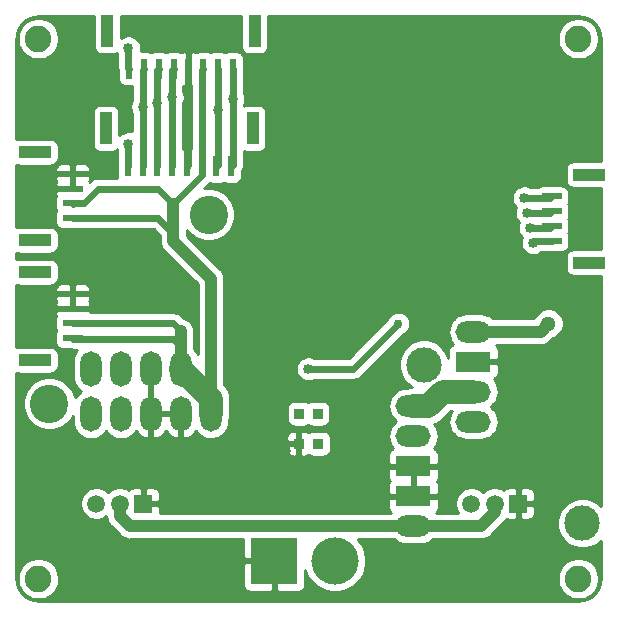
<source format=gbl>
G04 #@! TF.GenerationSoftware,KiCad,Pcbnew,(5.1.9)-1*
G04 #@! TF.CreationDate,2021-04-18T01:44:30-07:00*
G04 #@! TF.ProjectId,UAS_V2,5541535f-5632-42e6-9b69-6361645f7063,rev?*
G04 #@! TF.SameCoordinates,Original*
G04 #@! TF.FileFunction,Copper,L2,Bot*
G04 #@! TF.FilePolarity,Positive*
%FSLAX46Y46*%
G04 Gerber Fmt 4.6, Leading zero omitted, Abs format (unit mm)*
G04 Created by KiCad (PCBNEW (5.1.9)-1) date 2021-04-18 01:44:30*
%MOMM*%
%LPD*%
G01*
G04 APERTURE LIST*
G04 #@! TA.AperFunction,ComponentPad*
%ADD10R,0.890000X0.930000*%
G04 #@! TD*
G04 #@! TA.AperFunction,ComponentPad*
%ADD11R,0.870000X0.930000*%
G04 #@! TD*
G04 #@! TA.AperFunction,SMDPad,CuDef*
%ADD12R,2.700000X1.000000*%
G04 #@! TD*
G04 #@! TA.AperFunction,SMDPad,CuDef*
%ADD13R,1.700000X0.600000*%
G04 #@! TD*
G04 #@! TA.AperFunction,SMDPad,CuDef*
%ADD14R,0.600000X1.700000*%
G04 #@! TD*
G04 #@! TA.AperFunction,SMDPad,CuDef*
%ADD15R,1.000000X2.700000*%
G04 #@! TD*
G04 #@! TA.AperFunction,ComponentPad*
%ADD16R,1.500000X1.500000*%
G04 #@! TD*
G04 #@! TA.AperFunction,ComponentPad*
%ADD17C,1.500000*%
G04 #@! TD*
G04 #@! TA.AperFunction,SMDPad,CuDef*
%ADD18O,3.000000X1.800000*%
G04 #@! TD*
G04 #@! TA.AperFunction,SMDPad,CuDef*
%ADD19R,3.000000X1.800000*%
G04 #@! TD*
G04 #@! TA.AperFunction,ComponentPad*
%ADD20C,3.000000*%
G04 #@! TD*
G04 #@! TA.AperFunction,ComponentPad*
%ADD21O,3.000000X1.800000*%
G04 #@! TD*
G04 #@! TA.AperFunction,ComponentPad*
%ADD22R,3.000000X1.800000*%
G04 #@! TD*
G04 #@! TA.AperFunction,ComponentPad*
%ADD23O,1.800000X3.000000*%
G04 #@! TD*
G04 #@! TA.AperFunction,ComponentPad*
%ADD24C,3.250000*%
G04 #@! TD*
G04 #@! TA.AperFunction,ComponentPad*
%ADD25C,4.000000*%
G04 #@! TD*
G04 #@! TA.AperFunction,ComponentPad*
%ADD26R,4.000000X4.000000*%
G04 #@! TD*
G04 #@! TA.AperFunction,ViaPad*
%ADD27C,2.250000*%
G04 #@! TD*
G04 #@! TA.AperFunction,ViaPad*
%ADD28C,1.300000*%
G04 #@! TD*
G04 #@! TA.AperFunction,ViaPad*
%ADD29C,0.850000*%
G04 #@! TD*
G04 #@! TA.AperFunction,ViaPad*
%ADD30C,0.750000*%
G04 #@! TD*
G04 #@! TA.AperFunction,Conductor*
%ADD31C,0.600000*%
G04 #@! TD*
G04 #@! TA.AperFunction,Conductor*
%ADD32C,2.000000*%
G04 #@! TD*
G04 #@! TA.AperFunction,Conductor*
%ADD33C,0.750000*%
G04 #@! TD*
G04 #@! TA.AperFunction,Conductor*
%ADD34C,1.000000*%
G04 #@! TD*
G04 #@! TA.AperFunction,Conductor*
%ADD35C,0.254000*%
G04 #@! TD*
G04 #@! TA.AperFunction,Conductor*
%ADD36C,0.150000*%
G04 #@! TD*
G04 APERTURE END LIST*
D10*
X149046000Y-115570000D03*
X150674000Y-115570000D03*
D11*
X149080000Y-113030000D03*
X150640000Y-113030000D03*
D12*
X173645000Y-92795000D03*
D13*
X170445000Y-95895000D03*
X170445000Y-94645000D03*
X170445000Y-97145000D03*
X170445000Y-98395000D03*
D12*
X173645000Y-100245000D03*
D14*
X138440000Y-83820000D03*
X139690000Y-83820000D03*
X140940000Y-83820000D03*
X142190000Y-83820000D03*
X137190000Y-83820000D03*
X135940000Y-83820000D03*
X134690000Y-83820000D03*
X143440000Y-83820000D03*
D15*
X132840000Y-80620000D03*
X145290000Y-80620000D03*
D14*
X138315000Y-92075000D03*
X139565000Y-92075000D03*
X140815000Y-92075000D03*
X142065000Y-92075000D03*
X137065000Y-92075000D03*
X135815000Y-92075000D03*
X134565000Y-92075000D03*
X143315000Y-92075000D03*
D15*
X132715000Y-88875000D03*
X145165000Y-88875000D03*
D16*
X167640000Y-120650000D03*
D17*
X165640000Y-120650000D03*
X163640000Y-120650000D03*
D16*
X135890000Y-120650000D03*
D17*
X133890000Y-120650000D03*
X131890000Y-120650000D03*
D18*
X163830000Y-106085000D03*
D19*
X163830000Y-108625000D03*
D18*
X163830000Y-111165000D03*
X163830000Y-113705000D03*
D20*
X173060000Y-122310000D03*
X159630000Y-108880000D03*
D21*
X158750000Y-112390000D03*
X158750000Y-114930000D03*
D22*
X158750000Y-117470000D03*
X158750000Y-120010000D03*
D21*
X158750000Y-122550000D03*
D23*
X139065000Y-109220000D03*
X136525000Y-109220000D03*
X133985000Y-109220000D03*
X131445000Y-109220000D03*
D24*
X127915000Y-112190000D03*
X141415000Y-96190000D03*
D23*
X141605000Y-113030000D03*
X139065000Y-113030000D03*
X136525000Y-113030000D03*
X133985000Y-113030000D03*
X131445000Y-113030000D03*
D12*
X126710000Y-98340000D03*
D13*
X129910000Y-95240000D03*
X129910000Y-96490000D03*
X129910000Y-93990000D03*
X129910000Y-92740000D03*
D12*
X126710000Y-90890000D03*
X126710000Y-108500000D03*
D13*
X129910000Y-105400000D03*
X129910000Y-106650000D03*
X129910000Y-104150000D03*
X129910000Y-102900000D03*
D12*
X126710000Y-101050000D03*
D25*
X152110000Y-125490000D03*
D26*
X146960000Y-125490000D03*
D27*
X127000000Y-127000000D03*
X172720000Y-127000000D03*
X172720000Y-81280000D03*
X127000000Y-81280000D03*
D28*
X155575000Y-100965000D03*
X154305000Y-104775000D03*
X173355000Y-104775000D03*
X173355000Y-88265000D03*
D29*
X147955000Y-116205000D03*
X149860000Y-109220000D03*
D30*
X157480000Y-105410000D03*
D29*
X143440000Y-86430000D03*
X142190000Y-87326000D03*
X138315000Y-86245000D03*
X137065000Y-86709000D03*
X135815000Y-87047000D03*
X134620000Y-90170000D03*
X134620000Y-82042000D03*
X168402000Y-96012000D03*
X168148000Y-94742000D03*
X168656000Y-97282000D03*
X168910014Y-98552000D03*
D28*
X170180000Y-105410000D03*
D31*
X139690000Y-91950000D02*
X139565000Y-92075000D01*
X139690000Y-83820000D02*
X139690000Y-91950000D01*
D32*
X160007962Y-112390000D02*
X161232962Y-111165000D01*
X158750000Y-112390000D02*
X160007962Y-112390000D01*
X161232962Y-111165000D02*
X163830000Y-111165000D01*
D31*
X149860000Y-109220000D02*
X152400000Y-109220000D01*
D33*
X139065000Y-109220000D02*
X139065000Y-107315000D01*
D31*
X139065000Y-107315000D02*
X138430000Y-106680000D01*
X129940000Y-106680000D02*
X129910000Y-106650000D01*
X138430000Y-106680000D02*
X129940000Y-106680000D01*
X138420000Y-105400000D02*
X129910000Y-105400000D01*
X139065000Y-106045000D02*
X138420000Y-105400000D01*
D34*
X139065000Y-109220000D02*
X139065000Y-106045000D01*
D32*
X141605000Y-111760000D02*
X141605000Y-113030000D01*
X139065000Y-109220000D02*
X141605000Y-111760000D01*
D34*
X141605000Y-113030000D02*
X141605000Y-101600000D01*
X141605000Y-101600000D02*
X138430000Y-98425000D01*
D31*
X129920000Y-95250000D02*
X129910000Y-95240000D01*
X138430000Y-95250000D02*
X137160000Y-93980000D01*
X137160000Y-93980000D02*
X132080000Y-93980000D01*
X130820000Y-95240000D02*
X129910000Y-95240000D01*
X132080000Y-93980000D02*
X130820000Y-95240000D01*
D34*
X138430000Y-96520000D02*
X138430000Y-95250000D01*
D31*
X137130000Y-96490000D02*
X129910000Y-96490000D01*
X137130000Y-96490000D02*
X138430000Y-97790000D01*
D34*
X138430000Y-97790000D02*
X138430000Y-96520000D01*
X138430000Y-98425000D02*
X138430000Y-97790000D01*
D31*
X140815000Y-92865000D02*
X140815000Y-92075000D01*
X138430000Y-95250000D02*
X140815000Y-92865000D01*
X140815000Y-83945000D02*
X140940000Y-83820000D01*
X140815000Y-92075000D02*
X140815000Y-83945000D01*
X153670000Y-109220000D02*
X157480000Y-105410000D01*
X152400000Y-109220000D02*
X153670000Y-109220000D01*
X143440000Y-91950000D02*
X143315000Y-92075000D01*
X143440000Y-83820000D02*
X143440000Y-85274000D01*
X143440000Y-86430000D02*
X143440000Y-91950000D01*
X143440000Y-85274000D02*
X143440000Y-86430000D01*
X142190000Y-91950000D02*
X142065000Y-92075000D01*
X142190000Y-83820000D02*
X142190000Y-85902000D01*
X142190000Y-87326000D02*
X142190000Y-91950000D01*
X142190000Y-85902000D02*
X142190000Y-87326000D01*
X138315000Y-83945000D02*
X138440000Y-83820000D01*
X138315000Y-86245000D02*
X138315000Y-83945000D01*
X138315000Y-92075000D02*
X138315000Y-86245000D01*
X137065000Y-83945000D02*
X137190000Y-83820000D01*
X137065000Y-86709000D02*
X137065000Y-83945000D01*
X137065000Y-92075000D02*
X137065000Y-86709000D01*
X135815000Y-83945000D02*
X135940000Y-83820000D01*
X135815000Y-87047000D02*
X135815000Y-83945000D01*
X135815000Y-92075000D02*
X135815000Y-87047000D01*
X134620000Y-92020000D02*
X134565000Y-92075000D01*
X134620000Y-90170000D02*
X134620000Y-92020000D01*
X134620000Y-83750000D02*
X134690000Y-83820000D01*
X134620000Y-82042000D02*
X134620000Y-83750000D01*
X170328000Y-96012000D02*
X170445000Y-95895000D01*
X168402000Y-96012000D02*
X170328000Y-96012000D01*
X170348000Y-94742000D02*
X170445000Y-94645000D01*
X168148000Y-94742000D02*
X170348000Y-94742000D01*
X170308000Y-97282000D02*
X170445000Y-97145000D01*
X168656000Y-97282000D02*
X170308000Y-97282000D01*
X170445000Y-98395000D02*
X169067014Y-98395000D01*
X169067014Y-98395000D02*
X168910014Y-98552000D01*
D34*
X165640000Y-121380000D02*
X165640000Y-120650000D01*
X164470000Y-122550000D02*
X165640000Y-121380000D01*
X158750000Y-122550000D02*
X164470000Y-122550000D01*
X134729340Y-122550000D02*
X158750000Y-122550000D01*
X133890000Y-121710660D02*
X134729340Y-122550000D01*
X133890000Y-120650000D02*
X133890000Y-121710660D01*
X169505000Y-106085000D02*
X170180000Y-105410000D01*
X169505000Y-106085000D02*
X163830000Y-106085000D01*
D35*
X131701928Y-81970000D02*
X131714188Y-82094482D01*
X131750498Y-82214180D01*
X131809463Y-82324494D01*
X131888815Y-82421185D01*
X131985506Y-82500537D01*
X132095820Y-82559502D01*
X132215518Y-82595812D01*
X132340000Y-82608072D01*
X133340000Y-82608072D01*
X133464482Y-82595812D01*
X133584180Y-82559502D01*
X133668379Y-82514496D01*
X133680640Y-82544098D01*
X133685000Y-82550624D01*
X133685001Y-83704058D01*
X133680476Y-83750000D01*
X133698529Y-83933291D01*
X133719764Y-84003292D01*
X133751928Y-84109322D01*
X133751928Y-84670000D01*
X133764188Y-84794482D01*
X133800498Y-84914180D01*
X133859463Y-85024494D01*
X133938815Y-85121185D01*
X134035506Y-85200537D01*
X134145820Y-85259502D01*
X134265518Y-85295812D01*
X134390000Y-85308072D01*
X134880001Y-85308072D01*
X134880000Y-86538377D01*
X134875640Y-86544902D01*
X134795735Y-86737809D01*
X134755000Y-86942599D01*
X134755000Y-87151401D01*
X134795735Y-87356191D01*
X134875640Y-87549098D01*
X134880001Y-87555625D01*
X134880001Y-89140950D01*
X134724401Y-89110000D01*
X134515599Y-89110000D01*
X134310809Y-89150735D01*
X134117902Y-89230640D01*
X133944289Y-89346644D01*
X133853072Y-89437861D01*
X133853072Y-87525000D01*
X133840812Y-87400518D01*
X133804502Y-87280820D01*
X133745537Y-87170506D01*
X133666185Y-87073815D01*
X133569494Y-86994463D01*
X133459180Y-86935498D01*
X133339482Y-86899188D01*
X133215000Y-86886928D01*
X132215000Y-86886928D01*
X132090518Y-86899188D01*
X131970820Y-86935498D01*
X131860506Y-86994463D01*
X131763815Y-87073815D01*
X131684463Y-87170506D01*
X131625498Y-87280820D01*
X131589188Y-87400518D01*
X131576928Y-87525000D01*
X131576928Y-90225000D01*
X131589188Y-90349482D01*
X131625498Y-90469180D01*
X131684463Y-90579494D01*
X131763815Y-90676185D01*
X131860506Y-90755537D01*
X131970820Y-90814502D01*
X132090518Y-90850812D01*
X132215000Y-90863072D01*
X133215000Y-90863072D01*
X133339482Y-90850812D01*
X133459180Y-90814502D01*
X133569494Y-90755537D01*
X133666185Y-90676185D01*
X133676916Y-90663109D01*
X133680640Y-90672098D01*
X133685000Y-90678624D01*
X133685000Y-90963042D01*
X133675498Y-90980820D01*
X133639188Y-91100518D01*
X133626928Y-91225000D01*
X133626928Y-92060258D01*
X133625476Y-92075000D01*
X133626928Y-92089742D01*
X133626928Y-92925000D01*
X133638747Y-93045000D01*
X132125931Y-93045000D01*
X132079999Y-93040476D01*
X131896707Y-93058529D01*
X131843243Y-93074747D01*
X131720460Y-93111993D01*
X131558028Y-93198814D01*
X131415656Y-93315656D01*
X131386374Y-93351336D01*
X131329434Y-93408276D01*
X131306302Y-93365000D01*
X131349502Y-93284180D01*
X131385812Y-93164482D01*
X131398072Y-93040000D01*
X131395000Y-93025750D01*
X131236250Y-92867000D01*
X130037000Y-92867000D01*
X130037000Y-93863000D01*
X130057000Y-93863000D01*
X130057000Y-94117000D01*
X130037000Y-94117000D01*
X130037000Y-94137000D01*
X129783000Y-94137000D01*
X129783000Y-94117000D01*
X128583750Y-94117000D01*
X128425000Y-94275750D01*
X128421928Y-94290000D01*
X128434188Y-94414482D01*
X128470498Y-94534180D01*
X128513698Y-94615000D01*
X128470498Y-94695820D01*
X128434188Y-94815518D01*
X128421928Y-94940000D01*
X128421928Y-95540000D01*
X128434188Y-95664482D01*
X128470498Y-95784180D01*
X128513698Y-95865000D01*
X128470498Y-95945820D01*
X128434188Y-96065518D01*
X128421928Y-96190000D01*
X128421928Y-96790000D01*
X128434188Y-96914482D01*
X128470498Y-97034180D01*
X128529463Y-97144494D01*
X128608815Y-97241185D01*
X128705506Y-97320537D01*
X128815820Y-97379502D01*
X128935518Y-97415812D01*
X129060000Y-97428072D01*
X130760000Y-97428072D01*
X130791192Y-97425000D01*
X136742711Y-97425000D01*
X137295000Y-97977289D01*
X137295000Y-98369249D01*
X137289509Y-98425000D01*
X137295000Y-98480751D01*
X137311423Y-98647498D01*
X137376324Y-98861446D01*
X137481716Y-99058623D01*
X137623551Y-99231449D01*
X137666865Y-99266996D01*
X140470001Y-102070133D01*
X140470000Y-107992291D01*
X140347481Y-107763073D01*
X140200000Y-107583366D01*
X140200000Y-105989248D01*
X140183577Y-105822501D01*
X140118676Y-105608553D01*
X140013284Y-105411377D01*
X139871449Y-105238551D01*
X139698623Y-105096716D01*
X139501447Y-104991324D01*
X139287499Y-104926423D01*
X139266660Y-104924371D01*
X139113630Y-104771341D01*
X139084344Y-104735656D01*
X138941972Y-104618814D01*
X138779540Y-104531993D01*
X138603292Y-104478529D01*
X138465932Y-104465000D01*
X138420000Y-104460476D01*
X138374068Y-104465000D01*
X131396595Y-104465000D01*
X131398072Y-104450000D01*
X131395000Y-104435750D01*
X131236250Y-104277000D01*
X130037000Y-104277000D01*
X130037000Y-104297000D01*
X129783000Y-104297000D01*
X129783000Y-104277000D01*
X128583750Y-104277000D01*
X128425000Y-104435750D01*
X128421928Y-104450000D01*
X128434188Y-104574482D01*
X128470498Y-104694180D01*
X128513698Y-104775000D01*
X128470498Y-104855820D01*
X128434188Y-104975518D01*
X128421928Y-105100000D01*
X128421928Y-105700000D01*
X128434188Y-105824482D01*
X128470498Y-105944180D01*
X128513698Y-106025000D01*
X128470498Y-106105820D01*
X128434188Y-106225518D01*
X128421928Y-106350000D01*
X128421928Y-106950000D01*
X128434188Y-107074482D01*
X128470498Y-107194180D01*
X128529463Y-107304494D01*
X128608815Y-107401185D01*
X128705506Y-107480537D01*
X128815820Y-107539502D01*
X128935518Y-107575812D01*
X129060000Y-107588072D01*
X129712537Y-107588072D01*
X129753566Y-107600518D01*
X129756708Y-107601471D01*
X129939999Y-107619524D01*
X129985931Y-107615000D01*
X130284039Y-107615000D01*
X130162519Y-107763074D01*
X130019983Y-108029740D01*
X129932210Y-108319088D01*
X129910000Y-108544593D01*
X129910000Y-109895408D01*
X129932210Y-110120913D01*
X130019983Y-110410261D01*
X130162520Y-110676927D01*
X130354340Y-110910661D01*
X130588074Y-111102481D01*
X130630204Y-111125000D01*
X130588073Y-111147519D01*
X130354339Y-111339339D01*
X130162519Y-111573074D01*
X130114450Y-111663005D01*
X130088149Y-111530782D01*
X129917786Y-111119489D01*
X129670456Y-110749334D01*
X129355666Y-110434544D01*
X128985511Y-110187214D01*
X128574218Y-110016851D01*
X128137591Y-109930000D01*
X127692409Y-109930000D01*
X127255782Y-110016851D01*
X126844489Y-110187214D01*
X126474334Y-110434544D01*
X126159544Y-110749334D01*
X125912214Y-111119489D01*
X125741851Y-111530782D01*
X125655000Y-111967409D01*
X125655000Y-112412591D01*
X125741851Y-112849218D01*
X125912214Y-113260511D01*
X126159544Y-113630666D01*
X126474334Y-113945456D01*
X126844489Y-114192786D01*
X127255782Y-114363149D01*
X127692409Y-114450000D01*
X128137591Y-114450000D01*
X128574218Y-114363149D01*
X128985511Y-114192786D01*
X129355666Y-113945456D01*
X129670456Y-113630666D01*
X129910000Y-113272164D01*
X129910000Y-113705408D01*
X129932210Y-113930913D01*
X130019983Y-114220261D01*
X130162520Y-114486927D01*
X130354340Y-114720661D01*
X130588074Y-114912481D01*
X130854740Y-115055017D01*
X131144088Y-115142790D01*
X131445000Y-115172427D01*
X131745913Y-115142790D01*
X132035261Y-115055017D01*
X132301927Y-114912481D01*
X132535661Y-114720661D01*
X132715001Y-114502135D01*
X132894340Y-114720661D01*
X133128074Y-114912481D01*
X133394740Y-115055017D01*
X133684088Y-115142790D01*
X133985000Y-115172427D01*
X134285913Y-115142790D01*
X134575261Y-115055017D01*
X134841927Y-114912481D01*
X135075661Y-114720661D01*
X135259781Y-114496309D01*
X135319252Y-114588396D01*
X135529394Y-114805210D01*
X135777796Y-114976862D01*
X136054913Y-115096755D01*
X136160260Y-115121036D01*
X136398000Y-115000378D01*
X136398000Y-113157000D01*
X136652000Y-113157000D01*
X136652000Y-115000378D01*
X136889740Y-115121036D01*
X136995087Y-115096755D01*
X137272204Y-114976862D01*
X137520606Y-114805210D01*
X137730748Y-114588396D01*
X137795000Y-114488905D01*
X137859252Y-114588396D01*
X138069394Y-114805210D01*
X138317796Y-114976862D01*
X138594913Y-115096755D01*
X138700260Y-115121036D01*
X138938000Y-115000378D01*
X138938000Y-113157000D01*
X136652000Y-113157000D01*
X136398000Y-113157000D01*
X136378000Y-113157000D01*
X136378000Y-112903000D01*
X136398000Y-112903000D01*
X136398000Y-109347000D01*
X136378000Y-109347000D01*
X136378000Y-109093000D01*
X136398000Y-109093000D01*
X136398000Y-109073000D01*
X136652000Y-109073000D01*
X136652000Y-109093000D01*
X136672000Y-109093000D01*
X136672000Y-109347000D01*
X136652000Y-109347000D01*
X136652000Y-112903000D01*
X138938000Y-112903000D01*
X138938000Y-112883000D01*
X139192000Y-112883000D01*
X139192000Y-112903000D01*
X139212000Y-112903000D01*
X139212000Y-113157000D01*
X139192000Y-113157000D01*
X139192000Y-115000378D01*
X139429740Y-115121036D01*
X139535087Y-115096755D01*
X139812204Y-114976862D01*
X140060606Y-114805210D01*
X140270748Y-114588396D01*
X140330219Y-114496308D01*
X140514340Y-114720661D01*
X140748074Y-114912481D01*
X141014740Y-115055017D01*
X141304088Y-115142790D01*
X141605000Y-115172427D01*
X141905913Y-115142790D01*
X142030489Y-115105000D01*
X147962928Y-115105000D01*
X147966000Y-115284250D01*
X148124750Y-115443000D01*
X148919000Y-115443000D01*
X148919000Y-114628750D01*
X149173000Y-114628750D01*
X149173000Y-115443000D01*
X149193000Y-115443000D01*
X149193000Y-115697000D01*
X149173000Y-115697000D01*
X149173000Y-116511250D01*
X149331750Y-116670000D01*
X149491000Y-116673072D01*
X149615482Y-116660812D01*
X149735180Y-116624502D01*
X149845494Y-116565537D01*
X149860000Y-116553632D01*
X149874506Y-116565537D01*
X149984820Y-116624502D01*
X150104518Y-116660812D01*
X150229000Y-116673072D01*
X151119000Y-116673072D01*
X151243482Y-116660812D01*
X151363180Y-116624502D01*
X151473494Y-116565537D01*
X151570185Y-116486185D01*
X151649537Y-116389494D01*
X151708502Y-116279180D01*
X151744812Y-116159482D01*
X151757072Y-116035000D01*
X151757072Y-115105000D01*
X151744812Y-114980518D01*
X151708502Y-114860820D01*
X151649537Y-114750506D01*
X151570185Y-114653815D01*
X151473494Y-114574463D01*
X151363180Y-114515498D01*
X151243482Y-114479188D01*
X151119000Y-114466928D01*
X150229000Y-114466928D01*
X150104518Y-114479188D01*
X149984820Y-114515498D01*
X149874506Y-114574463D01*
X149860000Y-114586368D01*
X149845494Y-114574463D01*
X149735180Y-114515498D01*
X149615482Y-114479188D01*
X149491000Y-114466928D01*
X149331750Y-114470000D01*
X149173000Y-114628750D01*
X148919000Y-114628750D01*
X148760250Y-114470000D01*
X148601000Y-114466928D01*
X148476518Y-114479188D01*
X148356820Y-114515498D01*
X148246506Y-114574463D01*
X148149815Y-114653815D01*
X148070463Y-114750506D01*
X148011498Y-114860820D01*
X147975188Y-114980518D01*
X147962928Y-115105000D01*
X142030489Y-115105000D01*
X142195261Y-115055017D01*
X142461927Y-114912481D01*
X142695661Y-114720661D01*
X142887481Y-114486927D01*
X143030017Y-114220261D01*
X143117790Y-113930913D01*
X143140000Y-113705408D01*
X143140000Y-113602186D01*
X143216343Y-113350516D01*
X143240000Y-113110322D01*
X143240000Y-112565000D01*
X148006928Y-112565000D01*
X148006928Y-113495000D01*
X148019188Y-113619482D01*
X148055498Y-113739180D01*
X148114463Y-113849494D01*
X148193815Y-113946185D01*
X148290506Y-114025537D01*
X148400820Y-114084502D01*
X148520518Y-114120812D01*
X148645000Y-114133072D01*
X149515000Y-114133072D01*
X149639482Y-114120812D01*
X149759180Y-114084502D01*
X149860000Y-114030612D01*
X149960820Y-114084502D01*
X150080518Y-114120812D01*
X150205000Y-114133072D01*
X151075000Y-114133072D01*
X151199482Y-114120812D01*
X151319180Y-114084502D01*
X151429494Y-114025537D01*
X151526185Y-113946185D01*
X151605537Y-113849494D01*
X151664502Y-113739180D01*
X151700812Y-113619482D01*
X151713072Y-113495000D01*
X151713072Y-112565000D01*
X151700812Y-112440518D01*
X151685488Y-112390000D01*
X156607573Y-112390000D01*
X156637210Y-112690913D01*
X156724983Y-112980261D01*
X156867519Y-113246927D01*
X157059339Y-113480661D01*
X157277865Y-113660000D01*
X157059339Y-113839339D01*
X156867519Y-114073073D01*
X156724983Y-114339739D01*
X156637210Y-114629087D01*
X156607573Y-114930000D01*
X156637210Y-115230913D01*
X156724983Y-115520261D01*
X156867519Y-115786927D01*
X157022280Y-115975505D01*
X157005820Y-115980498D01*
X156895506Y-116039463D01*
X156798815Y-116118815D01*
X156719463Y-116215506D01*
X156660498Y-116325820D01*
X156624188Y-116445518D01*
X156611928Y-116570000D01*
X156615000Y-117184250D01*
X156773750Y-117343000D01*
X158623000Y-117343000D01*
X158623000Y-117323000D01*
X158877000Y-117323000D01*
X158877000Y-117343000D01*
X160726250Y-117343000D01*
X160885000Y-117184250D01*
X160888072Y-116570000D01*
X160875812Y-116445518D01*
X160839502Y-116325820D01*
X160780537Y-116215506D01*
X160701185Y-116118815D01*
X160604494Y-116039463D01*
X160494180Y-115980498D01*
X160477720Y-115975505D01*
X160632481Y-115786927D01*
X160775017Y-115520261D01*
X160862790Y-115230913D01*
X160892427Y-114930000D01*
X160862790Y-114629087D01*
X160775017Y-114339739D01*
X160632481Y-114073073D01*
X160524752Y-113941804D01*
X160636677Y-113907852D01*
X160920714Y-113756031D01*
X161169676Y-113551714D01*
X161220886Y-113489314D01*
X161910201Y-112800000D01*
X161986971Y-112800000D01*
X161947519Y-112848073D01*
X161804983Y-113114739D01*
X161717210Y-113404087D01*
X161687573Y-113705000D01*
X161717210Y-114005913D01*
X161804983Y-114295261D01*
X161947519Y-114561927D01*
X162139339Y-114795661D01*
X162373073Y-114987481D01*
X162639739Y-115130017D01*
X162929087Y-115217790D01*
X163154592Y-115240000D01*
X164505408Y-115240000D01*
X164730913Y-115217790D01*
X165020261Y-115130017D01*
X165286927Y-114987481D01*
X165520661Y-114795661D01*
X165712481Y-114561927D01*
X165855017Y-114295261D01*
X165942790Y-114005913D01*
X165972427Y-113705000D01*
X165942790Y-113404087D01*
X165855017Y-113114739D01*
X165712481Y-112848073D01*
X165520661Y-112614339D01*
X165302135Y-112435000D01*
X165520661Y-112255661D01*
X165712481Y-112021927D01*
X165855017Y-111755261D01*
X165942790Y-111465913D01*
X165972427Y-111165000D01*
X165942790Y-110864087D01*
X165855017Y-110574739D01*
X165712481Y-110308073D01*
X165557720Y-110119495D01*
X165574180Y-110114502D01*
X165684494Y-110055537D01*
X165781185Y-109976185D01*
X165860537Y-109879494D01*
X165919502Y-109769180D01*
X165955812Y-109649482D01*
X165968072Y-109525000D01*
X165965000Y-108910750D01*
X165806250Y-108752000D01*
X163957000Y-108752000D01*
X163957000Y-108772000D01*
X163703000Y-108772000D01*
X163703000Y-108752000D01*
X163683000Y-108752000D01*
X163683000Y-108498000D01*
X163703000Y-108498000D01*
X163703000Y-108478000D01*
X163957000Y-108478000D01*
X163957000Y-108498000D01*
X165806250Y-108498000D01*
X165965000Y-108339250D01*
X165968072Y-107725000D01*
X165955812Y-107600518D01*
X165919502Y-107480820D01*
X165860537Y-107370506D01*
X165781185Y-107273815D01*
X165715611Y-107220000D01*
X169449249Y-107220000D01*
X169505000Y-107225491D01*
X169560751Y-107220000D01*
X169560752Y-107220000D01*
X169727499Y-107203577D01*
X169941447Y-107138676D01*
X170138623Y-107033284D01*
X170311449Y-106891449D01*
X170346996Y-106848135D01*
X170548194Y-106646937D01*
X170554821Y-106645619D01*
X170788676Y-106548753D01*
X170999140Y-106408125D01*
X171178125Y-106229140D01*
X171318753Y-106018676D01*
X171415619Y-105784821D01*
X171465000Y-105536561D01*
X171465000Y-105283439D01*
X171415619Y-105035179D01*
X171318753Y-104801324D01*
X171178125Y-104590860D01*
X170999140Y-104411875D01*
X170788676Y-104271247D01*
X170554821Y-104174381D01*
X170306561Y-104125000D01*
X170053439Y-104125000D01*
X169805179Y-104174381D01*
X169571324Y-104271247D01*
X169360860Y-104411875D01*
X169181875Y-104590860D01*
X169041247Y-104801324D01*
X168979663Y-104950000D01*
X165466634Y-104950000D01*
X165286927Y-104802519D01*
X165020261Y-104659983D01*
X164730913Y-104572210D01*
X164505408Y-104550000D01*
X163154592Y-104550000D01*
X162929087Y-104572210D01*
X162639739Y-104659983D01*
X162373073Y-104802519D01*
X162139339Y-104994339D01*
X161947519Y-105228073D01*
X161804983Y-105494739D01*
X161717210Y-105784087D01*
X161687573Y-106085000D01*
X161717210Y-106385913D01*
X161804983Y-106675261D01*
X161947519Y-106941927D01*
X162102280Y-107130505D01*
X162085820Y-107135498D01*
X161975506Y-107194463D01*
X161878815Y-107273815D01*
X161799463Y-107370506D01*
X161740498Y-107480820D01*
X161704188Y-107600518D01*
X161691928Y-107725000D01*
X161694890Y-108317255D01*
X161682953Y-108257244D01*
X161522012Y-107868698D01*
X161288363Y-107519017D01*
X160990983Y-107221637D01*
X160641302Y-106987988D01*
X160252756Y-106827047D01*
X159840279Y-106745000D01*
X159419721Y-106745000D01*
X159007244Y-106827047D01*
X158618698Y-106987988D01*
X158269017Y-107221637D01*
X157971637Y-107519017D01*
X157737988Y-107868698D01*
X157577047Y-108257244D01*
X157495000Y-108669721D01*
X157495000Y-109090279D01*
X157577047Y-109502756D01*
X157737988Y-109891302D01*
X157971637Y-110240983D01*
X158269017Y-110538363D01*
X158603058Y-110761562D01*
X158429484Y-110778657D01*
X158177814Y-110855000D01*
X158074592Y-110855000D01*
X157849087Y-110877210D01*
X157559739Y-110964983D01*
X157293073Y-111107519D01*
X157059339Y-111299339D01*
X156867519Y-111533073D01*
X156724983Y-111799739D01*
X156637210Y-112089087D01*
X156607573Y-112390000D01*
X151685488Y-112390000D01*
X151664502Y-112320820D01*
X151605537Y-112210506D01*
X151526185Y-112113815D01*
X151429494Y-112034463D01*
X151319180Y-111975498D01*
X151199482Y-111939188D01*
X151075000Y-111926928D01*
X150205000Y-111926928D01*
X150080518Y-111939188D01*
X149960820Y-111975498D01*
X149860000Y-112029388D01*
X149759180Y-111975498D01*
X149639482Y-111939188D01*
X149515000Y-111926928D01*
X148645000Y-111926928D01*
X148520518Y-111939188D01*
X148400820Y-111975498D01*
X148290506Y-112034463D01*
X148193815Y-112113815D01*
X148114463Y-112210506D01*
X148055498Y-112320820D01*
X148019188Y-112440518D01*
X148006928Y-112565000D01*
X143240000Y-112565000D01*
X143240000Y-111840319D01*
X143247911Y-111759999D01*
X143229500Y-111573073D01*
X143216343Y-111439484D01*
X143122852Y-111131285D01*
X142971031Y-110847248D01*
X142766714Y-110598286D01*
X142740000Y-110576363D01*
X142740000Y-109115599D01*
X148800000Y-109115599D01*
X148800000Y-109324401D01*
X148840735Y-109529191D01*
X148920640Y-109722098D01*
X149036644Y-109895711D01*
X149184289Y-110043356D01*
X149357902Y-110159360D01*
X149550809Y-110239265D01*
X149755599Y-110280000D01*
X149964401Y-110280000D01*
X150169191Y-110239265D01*
X150362098Y-110159360D01*
X150368623Y-110155000D01*
X153624068Y-110155000D01*
X153670000Y-110159524D01*
X153715932Y-110155000D01*
X153853292Y-110141471D01*
X154029540Y-110088007D01*
X154191972Y-110001186D01*
X154334344Y-109884344D01*
X154363630Y-109848659D01*
X157871053Y-106341236D01*
X157958414Y-106305050D01*
X158123837Y-106194518D01*
X158264518Y-106053837D01*
X158375050Y-105888414D01*
X158451186Y-105704606D01*
X158490000Y-105509476D01*
X158490000Y-105310524D01*
X158451186Y-105115394D01*
X158375050Y-104931586D01*
X158264518Y-104766163D01*
X158123837Y-104625482D01*
X157958414Y-104514950D01*
X157774606Y-104438814D01*
X157579476Y-104400000D01*
X157380524Y-104400000D01*
X157185394Y-104438814D01*
X157001586Y-104514950D01*
X156836163Y-104625482D01*
X156695482Y-104766163D01*
X156584950Y-104931586D01*
X156548764Y-105018947D01*
X153282711Y-108285000D01*
X150368623Y-108285000D01*
X150362098Y-108280640D01*
X150169191Y-108200735D01*
X149964401Y-108160000D01*
X149755599Y-108160000D01*
X149550809Y-108200735D01*
X149357902Y-108280640D01*
X149184289Y-108396644D01*
X149036644Y-108544289D01*
X148920640Y-108717902D01*
X148840735Y-108910809D01*
X148800000Y-109115599D01*
X142740000Y-109115599D01*
X142740000Y-101655751D01*
X142745491Y-101599999D01*
X142723577Y-101377501D01*
X142658676Y-101163553D01*
X142624436Y-101099494D01*
X142553284Y-100966377D01*
X142411449Y-100793551D01*
X142368141Y-100758009D01*
X139565000Y-97954869D01*
X139565000Y-97489171D01*
X139659544Y-97630666D01*
X139974334Y-97945456D01*
X140344489Y-98192786D01*
X140755782Y-98363149D01*
X141192409Y-98450000D01*
X141637591Y-98450000D01*
X142074218Y-98363149D01*
X142485511Y-98192786D01*
X142855666Y-97945456D01*
X143170456Y-97630666D01*
X143417786Y-97260511D01*
X143588149Y-96849218D01*
X143675000Y-96412591D01*
X143675000Y-95967409D01*
X143588149Y-95530782D01*
X143417786Y-95119489D01*
X143170456Y-94749334D01*
X143058721Y-94637599D01*
X167088000Y-94637599D01*
X167088000Y-94846401D01*
X167128735Y-95051191D01*
X167208640Y-95244098D01*
X167324644Y-95417711D01*
X167449224Y-95542291D01*
X167382735Y-95702809D01*
X167342000Y-95907599D01*
X167342000Y-96116401D01*
X167382735Y-96321191D01*
X167462640Y-96514098D01*
X167578644Y-96687711D01*
X167703224Y-96812291D01*
X167636735Y-96972809D01*
X167596000Y-97177599D01*
X167596000Y-97386401D01*
X167636735Y-97591191D01*
X167716640Y-97784098D01*
X167832644Y-97957711D01*
X167957234Y-98082301D01*
X167890749Y-98242809D01*
X167850014Y-98447599D01*
X167850014Y-98656401D01*
X167890749Y-98861191D01*
X167970654Y-99054098D01*
X168086658Y-99227711D01*
X168234303Y-99375356D01*
X168407916Y-99491360D01*
X168600823Y-99571265D01*
X168805613Y-99612000D01*
X169014415Y-99612000D01*
X169219205Y-99571265D01*
X169412112Y-99491360D01*
X169585725Y-99375356D01*
X169628009Y-99333072D01*
X171295000Y-99333072D01*
X171419482Y-99320812D01*
X171539180Y-99284502D01*
X171649494Y-99225537D01*
X171746185Y-99146185D01*
X171825537Y-99049494D01*
X171884502Y-98939180D01*
X171920812Y-98819482D01*
X171933072Y-98695000D01*
X171933072Y-98095000D01*
X171920812Y-97970518D01*
X171884502Y-97850820D01*
X171841302Y-97770000D01*
X171884502Y-97689180D01*
X171920812Y-97569482D01*
X171933072Y-97445000D01*
X171933072Y-96845000D01*
X171920812Y-96720518D01*
X171884502Y-96600820D01*
X171841302Y-96520000D01*
X171884502Y-96439180D01*
X171920812Y-96319482D01*
X171933072Y-96195000D01*
X171933072Y-95595000D01*
X171920812Y-95470518D01*
X171884502Y-95350820D01*
X171841302Y-95270000D01*
X171884502Y-95189180D01*
X171920812Y-95069482D01*
X171933072Y-94945000D01*
X171933072Y-94345000D01*
X171920812Y-94220518D01*
X171884502Y-94100820D01*
X171825537Y-93990506D01*
X171746185Y-93893815D01*
X171649494Y-93814463D01*
X171539180Y-93755498D01*
X171419482Y-93719188D01*
X171295000Y-93706928D01*
X170459743Y-93706928D01*
X170445000Y-93705476D01*
X170430257Y-93706928D01*
X169595000Y-93706928D01*
X169470518Y-93719188D01*
X169350820Y-93755498D01*
X169254468Y-93807000D01*
X168656623Y-93807000D01*
X168650098Y-93802640D01*
X168457191Y-93722735D01*
X168252401Y-93682000D01*
X168043599Y-93682000D01*
X167838809Y-93722735D01*
X167645902Y-93802640D01*
X167472289Y-93918644D01*
X167324644Y-94066289D01*
X167208640Y-94239902D01*
X167128735Y-94432809D01*
X167088000Y-94637599D01*
X143058721Y-94637599D01*
X142855666Y-94434544D01*
X142485511Y-94187214D01*
X142074218Y-94016851D01*
X141637591Y-93930000D01*
X141192409Y-93930000D01*
X141042464Y-93959826D01*
X141443666Y-93558624D01*
X141479344Y-93529344D01*
X141500457Y-93503618D01*
X141520820Y-93514502D01*
X141640518Y-93550812D01*
X141765000Y-93563072D01*
X142365000Y-93563072D01*
X142489482Y-93550812D01*
X142609180Y-93514502D01*
X142690000Y-93471302D01*
X142770820Y-93514502D01*
X142890518Y-93550812D01*
X143015000Y-93563072D01*
X143615000Y-93563072D01*
X143739482Y-93550812D01*
X143859180Y-93514502D01*
X143969494Y-93455537D01*
X144066185Y-93376185D01*
X144145537Y-93279494D01*
X144204502Y-93169180D01*
X144240812Y-93049482D01*
X144253072Y-92925000D01*
X144253072Y-92412317D01*
X144308007Y-92309540D01*
X144340237Y-92203292D01*
X144361472Y-92133291D01*
X144379524Y-91950000D01*
X144375000Y-91904065D01*
X144375000Y-90790010D01*
X144420820Y-90814502D01*
X144540518Y-90850812D01*
X144665000Y-90863072D01*
X145665000Y-90863072D01*
X145789482Y-90850812D01*
X145909180Y-90814502D01*
X146019494Y-90755537D01*
X146116185Y-90676185D01*
X146195537Y-90579494D01*
X146254502Y-90469180D01*
X146290812Y-90349482D01*
X146303072Y-90225000D01*
X146303072Y-87525000D01*
X146290812Y-87400518D01*
X146254502Y-87280820D01*
X146195537Y-87170506D01*
X146116185Y-87073815D01*
X146019494Y-86994463D01*
X145909180Y-86935498D01*
X145789482Y-86899188D01*
X145665000Y-86886928D01*
X144665000Y-86886928D01*
X144540518Y-86899188D01*
X144420820Y-86935498D01*
X144375000Y-86959990D01*
X144375000Y-86938623D01*
X144379360Y-86932098D01*
X144459265Y-86739191D01*
X144500000Y-86534401D01*
X144500000Y-86325599D01*
X144459265Y-86120809D01*
X144379360Y-85927902D01*
X144375000Y-85921377D01*
X144375000Y-84701192D01*
X144378072Y-84670000D01*
X144378072Y-82970000D01*
X144365812Y-82845518D01*
X144329502Y-82725820D01*
X144270537Y-82615506D01*
X144191185Y-82518815D01*
X144094494Y-82439463D01*
X143984180Y-82380498D01*
X143864482Y-82344188D01*
X143740000Y-82331928D01*
X143140000Y-82331928D01*
X143015518Y-82344188D01*
X142895820Y-82380498D01*
X142815000Y-82423698D01*
X142734180Y-82380498D01*
X142614482Y-82344188D01*
X142490000Y-82331928D01*
X141890000Y-82331928D01*
X141765518Y-82344188D01*
X141645820Y-82380498D01*
X141565000Y-82423698D01*
X141484180Y-82380498D01*
X141364482Y-82344188D01*
X141240000Y-82331928D01*
X140640000Y-82331928D01*
X140515518Y-82344188D01*
X140395820Y-82380498D01*
X140315000Y-82423698D01*
X140234180Y-82380498D01*
X140114482Y-82344188D01*
X139990000Y-82331928D01*
X139975750Y-82335000D01*
X139817000Y-82493750D01*
X139817000Y-83693000D01*
X139837000Y-83693000D01*
X139837000Y-83947000D01*
X139817000Y-83947000D01*
X139817000Y-85146250D01*
X139880001Y-85209251D01*
X139880000Y-90588405D01*
X139865000Y-90586928D01*
X139850750Y-90590000D01*
X139692000Y-90748750D01*
X139692000Y-91948000D01*
X139712000Y-91948000D01*
X139712000Y-92202000D01*
X139692000Y-92202000D01*
X139692000Y-92222000D01*
X139438000Y-92222000D01*
X139438000Y-92202000D01*
X139418000Y-92202000D01*
X139418000Y-91948000D01*
X139438000Y-91948000D01*
X139438000Y-90748750D01*
X139279250Y-90590000D01*
X139265000Y-90586928D01*
X139250000Y-90588405D01*
X139250000Y-86753623D01*
X139254360Y-86747098D01*
X139334265Y-86554191D01*
X139375000Y-86349401D01*
X139375000Y-86140599D01*
X139334265Y-85935809D01*
X139254360Y-85742902D01*
X139250000Y-85736377D01*
X139250000Y-85291105D01*
X139265518Y-85295812D01*
X139390000Y-85308072D01*
X139404250Y-85305000D01*
X139563000Y-85146250D01*
X139563000Y-83947000D01*
X139543000Y-83947000D01*
X139543000Y-83693000D01*
X139563000Y-83693000D01*
X139563000Y-82493750D01*
X139404250Y-82335000D01*
X139390000Y-82331928D01*
X139265518Y-82344188D01*
X139145820Y-82380498D01*
X139065000Y-82423698D01*
X138984180Y-82380498D01*
X138864482Y-82344188D01*
X138740000Y-82331928D01*
X138140000Y-82331928D01*
X138015518Y-82344188D01*
X137895820Y-82380498D01*
X137815000Y-82423698D01*
X137734180Y-82380498D01*
X137614482Y-82344188D01*
X137490000Y-82331928D01*
X136890000Y-82331928D01*
X136765518Y-82344188D01*
X136645820Y-82380498D01*
X136565000Y-82423698D01*
X136484180Y-82380498D01*
X136364482Y-82344188D01*
X136240000Y-82331928D01*
X135643097Y-82331928D01*
X135680000Y-82146401D01*
X135680000Y-81937599D01*
X135639265Y-81732809D01*
X135559360Y-81539902D01*
X135443356Y-81366289D01*
X135295711Y-81218644D01*
X135122098Y-81102640D01*
X134929191Y-81022735D01*
X134724401Y-80982000D01*
X134515599Y-80982000D01*
X134310809Y-81022735D01*
X134117902Y-81102640D01*
X133978072Y-81196071D01*
X133978072Y-79400000D01*
X144151928Y-79400000D01*
X144151928Y-81970000D01*
X144164188Y-82094482D01*
X144200498Y-82214180D01*
X144259463Y-82324494D01*
X144338815Y-82421185D01*
X144435506Y-82500537D01*
X144545820Y-82559502D01*
X144665518Y-82595812D01*
X144790000Y-82608072D01*
X145790000Y-82608072D01*
X145914482Y-82595812D01*
X146034180Y-82559502D01*
X146144494Y-82500537D01*
X146241185Y-82421185D01*
X146320537Y-82324494D01*
X146379502Y-82214180D01*
X146415812Y-82094482D01*
X146428072Y-81970000D01*
X146428072Y-81106655D01*
X170960000Y-81106655D01*
X170960000Y-81453345D01*
X171027636Y-81793373D01*
X171160308Y-82113673D01*
X171352919Y-82401935D01*
X171598065Y-82647081D01*
X171886327Y-82839692D01*
X172206627Y-82972364D01*
X172546655Y-83040000D01*
X172893345Y-83040000D01*
X173233373Y-82972364D01*
X173553673Y-82839692D01*
X173841935Y-82647081D01*
X174087081Y-82401935D01*
X174279692Y-82113673D01*
X174412364Y-81793373D01*
X174480000Y-81453345D01*
X174480000Y-81106655D01*
X174412364Y-80766627D01*
X174279692Y-80446327D01*
X174087081Y-80158065D01*
X173841935Y-79912919D01*
X173553673Y-79720308D01*
X173233373Y-79587636D01*
X172893345Y-79520000D01*
X172546655Y-79520000D01*
X172206627Y-79587636D01*
X171886327Y-79720308D01*
X171598065Y-79912919D01*
X171352919Y-80158065D01*
X171160308Y-80446327D01*
X171027636Y-80766627D01*
X170960000Y-81106655D01*
X146428072Y-81106655D01*
X146428072Y-79400000D01*
X172687731Y-79400000D01*
X173084545Y-79438908D01*
X173435203Y-79544777D01*
X173758624Y-79716745D01*
X174042484Y-79948255D01*
X174275965Y-80230486D01*
X174450185Y-80552697D01*
X174558500Y-80902611D01*
X174599999Y-81297443D01*
X174599999Y-91656928D01*
X172295000Y-91656928D01*
X172170518Y-91669188D01*
X172050820Y-91705498D01*
X171940506Y-91764463D01*
X171843815Y-91843815D01*
X171764463Y-91940506D01*
X171705498Y-92050820D01*
X171669188Y-92170518D01*
X171656928Y-92295000D01*
X171656928Y-93295000D01*
X171669188Y-93419482D01*
X171705498Y-93539180D01*
X171764463Y-93649494D01*
X171843815Y-93746185D01*
X171940506Y-93825537D01*
X172050820Y-93884502D01*
X172170518Y-93920812D01*
X172295000Y-93933072D01*
X174599999Y-93933072D01*
X174599999Y-99106928D01*
X172295000Y-99106928D01*
X172170518Y-99119188D01*
X172050820Y-99155498D01*
X171940506Y-99214463D01*
X171843815Y-99293815D01*
X171764463Y-99390506D01*
X171705498Y-99500820D01*
X171669188Y-99620518D01*
X171656928Y-99745000D01*
X171656928Y-100745000D01*
X171669188Y-100869482D01*
X171705498Y-100989180D01*
X171764463Y-101099494D01*
X171843815Y-101196185D01*
X171940506Y-101275537D01*
X172050820Y-101334502D01*
X172170518Y-101370812D01*
X172295000Y-101383072D01*
X174599999Y-101383072D01*
X174600000Y-120830654D01*
X174420983Y-120651637D01*
X174071302Y-120417988D01*
X173682756Y-120257047D01*
X173270279Y-120175000D01*
X172849721Y-120175000D01*
X172437244Y-120257047D01*
X172048698Y-120417988D01*
X171699017Y-120651637D01*
X171401637Y-120949017D01*
X171167988Y-121298698D01*
X171007047Y-121687244D01*
X170925000Y-122099721D01*
X170925000Y-122520279D01*
X171007047Y-122932756D01*
X171167988Y-123321302D01*
X171401637Y-123670983D01*
X171699017Y-123968363D01*
X172048698Y-124202012D01*
X172437244Y-124362953D01*
X172849721Y-124445000D01*
X173270279Y-124445000D01*
X173682756Y-124362953D01*
X174071302Y-124202012D01*
X174420983Y-123968363D01*
X174600000Y-123789346D01*
X174600000Y-126967698D01*
X174561089Y-127364542D01*
X174455218Y-127715205D01*
X174283255Y-128038621D01*
X174051746Y-128322479D01*
X173769510Y-128555965D01*
X173447303Y-128730182D01*
X173097384Y-128838500D01*
X172702556Y-128879998D01*
X127032277Y-128879998D01*
X126635453Y-128841089D01*
X126284793Y-128735219D01*
X125961376Y-128563255D01*
X125677518Y-128331745D01*
X125444031Y-128049508D01*
X125269815Y-127727302D01*
X125161498Y-127377385D01*
X125120000Y-126982555D01*
X125120000Y-126826655D01*
X125240000Y-126826655D01*
X125240000Y-127173345D01*
X125307636Y-127513373D01*
X125440308Y-127833673D01*
X125632919Y-128121935D01*
X125878065Y-128367081D01*
X126166327Y-128559692D01*
X126486627Y-128692364D01*
X126826655Y-128760000D01*
X127173345Y-128760000D01*
X127513373Y-128692364D01*
X127833673Y-128559692D01*
X128121935Y-128367081D01*
X128367081Y-128121935D01*
X128559692Y-127833673D01*
X128692364Y-127513373D01*
X128697013Y-127490000D01*
X144321928Y-127490000D01*
X144334188Y-127614482D01*
X144370498Y-127734180D01*
X144429463Y-127844494D01*
X144508815Y-127941185D01*
X144605506Y-128020537D01*
X144715820Y-128079502D01*
X144835518Y-128115812D01*
X144960000Y-128128072D01*
X146674250Y-128125000D01*
X146833000Y-127966250D01*
X146833000Y-125617000D01*
X144483750Y-125617000D01*
X144325000Y-125775750D01*
X144321928Y-127490000D01*
X128697013Y-127490000D01*
X128760000Y-127173345D01*
X128760000Y-126826655D01*
X128692364Y-126486627D01*
X128559692Y-126166327D01*
X128367081Y-125878065D01*
X128121935Y-125632919D01*
X127833673Y-125440308D01*
X127513373Y-125307636D01*
X127173345Y-125240000D01*
X126826655Y-125240000D01*
X126486627Y-125307636D01*
X126166327Y-125440308D01*
X125878065Y-125632919D01*
X125632919Y-125878065D01*
X125440308Y-126166327D01*
X125307636Y-126486627D01*
X125240000Y-126826655D01*
X125120000Y-126826655D01*
X125120000Y-120513589D01*
X130505000Y-120513589D01*
X130505000Y-120786411D01*
X130558225Y-121053989D01*
X130662629Y-121306043D01*
X130814201Y-121532886D01*
X131007114Y-121725799D01*
X131233957Y-121877371D01*
X131486011Y-121981775D01*
X131753589Y-122035000D01*
X132026411Y-122035000D01*
X132293989Y-121981775D01*
X132546043Y-121877371D01*
X132752351Y-121739520D01*
X132755000Y-121766411D01*
X132755000Y-121766412D01*
X132771423Y-121933159D01*
X132836324Y-122147107D01*
X132941717Y-122344283D01*
X133083552Y-122517109D01*
X133126860Y-122552651D01*
X133887348Y-123313140D01*
X133922891Y-123356449D01*
X134095717Y-123498284D01*
X134292893Y-123603676D01*
X134506841Y-123668577D01*
X134729339Y-123690491D01*
X134785091Y-123685000D01*
X144322277Y-123685000D01*
X144325000Y-125204250D01*
X144483750Y-125363000D01*
X146833000Y-125363000D01*
X146833000Y-125343000D01*
X147087000Y-125343000D01*
X147087000Y-125363000D01*
X147107000Y-125363000D01*
X147107000Y-125617000D01*
X147087000Y-125617000D01*
X147087000Y-127966250D01*
X147245750Y-128125000D01*
X148960000Y-128128072D01*
X149084482Y-128115812D01*
X149204180Y-128079502D01*
X149314494Y-128020537D01*
X149411185Y-127941185D01*
X149490537Y-127844494D01*
X149549502Y-127734180D01*
X149585812Y-127614482D01*
X149598072Y-127490000D01*
X149595950Y-126306136D01*
X149774893Y-126738141D01*
X150063262Y-127169715D01*
X150430285Y-127536738D01*
X150861859Y-127825107D01*
X151341399Y-128023739D01*
X151850475Y-128125000D01*
X152369525Y-128125000D01*
X152878601Y-128023739D01*
X153358141Y-127825107D01*
X153789715Y-127536738D01*
X154156738Y-127169715D01*
X154385963Y-126826655D01*
X170960000Y-126826655D01*
X170960000Y-127173345D01*
X171027636Y-127513373D01*
X171160308Y-127833673D01*
X171352919Y-128121935D01*
X171598065Y-128367081D01*
X171886327Y-128559692D01*
X172206627Y-128692364D01*
X172546655Y-128760000D01*
X172893345Y-128760000D01*
X173233373Y-128692364D01*
X173553673Y-128559692D01*
X173841935Y-128367081D01*
X174087081Y-128121935D01*
X174279692Y-127833673D01*
X174412364Y-127513373D01*
X174480000Y-127173345D01*
X174480000Y-126826655D01*
X174412364Y-126486627D01*
X174279692Y-126166327D01*
X174087081Y-125878065D01*
X173841935Y-125632919D01*
X173553673Y-125440308D01*
X173233373Y-125307636D01*
X172893345Y-125240000D01*
X172546655Y-125240000D01*
X172206627Y-125307636D01*
X171886327Y-125440308D01*
X171598065Y-125632919D01*
X171352919Y-125878065D01*
X171160308Y-126166327D01*
X171027636Y-126486627D01*
X170960000Y-126826655D01*
X154385963Y-126826655D01*
X154445107Y-126738141D01*
X154643739Y-126258601D01*
X154745000Y-125749525D01*
X154745000Y-125230475D01*
X154643739Y-124721399D01*
X154445107Y-124241859D01*
X154156738Y-123810285D01*
X154031453Y-123685000D01*
X157113366Y-123685000D01*
X157293073Y-123832481D01*
X157559739Y-123975017D01*
X157849087Y-124062790D01*
X158074592Y-124085000D01*
X159425408Y-124085000D01*
X159650913Y-124062790D01*
X159940261Y-123975017D01*
X160206927Y-123832481D01*
X160386634Y-123685000D01*
X164414249Y-123685000D01*
X164470000Y-123690491D01*
X164525751Y-123685000D01*
X164525752Y-123685000D01*
X164692499Y-123668577D01*
X164906447Y-123603676D01*
X165103623Y-123498284D01*
X165276449Y-123356449D01*
X165311996Y-123313136D01*
X166403140Y-122221992D01*
X166446449Y-122186449D01*
X166588284Y-122013623D01*
X166611097Y-121970942D01*
X166645820Y-121989502D01*
X166765518Y-122025812D01*
X166890000Y-122038072D01*
X167354250Y-122035000D01*
X167513000Y-121876250D01*
X167513000Y-120777000D01*
X167767000Y-120777000D01*
X167767000Y-121876250D01*
X167925750Y-122035000D01*
X168390000Y-122038072D01*
X168514482Y-122025812D01*
X168634180Y-121989502D01*
X168744494Y-121930537D01*
X168841185Y-121851185D01*
X168920537Y-121754494D01*
X168979502Y-121644180D01*
X169015812Y-121524482D01*
X169028072Y-121400000D01*
X169025000Y-120935750D01*
X168866250Y-120777000D01*
X167767000Y-120777000D01*
X167513000Y-120777000D01*
X167493000Y-120777000D01*
X167493000Y-120523000D01*
X167513000Y-120523000D01*
X167513000Y-119423750D01*
X167767000Y-119423750D01*
X167767000Y-120523000D01*
X168866250Y-120523000D01*
X169025000Y-120364250D01*
X169028072Y-119900000D01*
X169015812Y-119775518D01*
X168979502Y-119655820D01*
X168920537Y-119545506D01*
X168841185Y-119448815D01*
X168744494Y-119369463D01*
X168634180Y-119310498D01*
X168514482Y-119274188D01*
X168390000Y-119261928D01*
X167925750Y-119265000D01*
X167767000Y-119423750D01*
X167513000Y-119423750D01*
X167354250Y-119265000D01*
X166890000Y-119261928D01*
X166765518Y-119274188D01*
X166645820Y-119310498D01*
X166535506Y-119369463D01*
X166438815Y-119448815D01*
X166402131Y-119493515D01*
X166296043Y-119422629D01*
X166043989Y-119318225D01*
X165776411Y-119265000D01*
X165503589Y-119265000D01*
X165236011Y-119318225D01*
X164983957Y-119422629D01*
X164757114Y-119574201D01*
X164640000Y-119691315D01*
X164522886Y-119574201D01*
X164296043Y-119422629D01*
X164043989Y-119318225D01*
X163776411Y-119265000D01*
X163503589Y-119265000D01*
X163236011Y-119318225D01*
X162983957Y-119422629D01*
X162757114Y-119574201D01*
X162564201Y-119767114D01*
X162412629Y-119993957D01*
X162308225Y-120246011D01*
X162255000Y-120513589D01*
X162255000Y-120786411D01*
X162308225Y-121053989D01*
X162412629Y-121306043D01*
X162485432Y-121415000D01*
X160635611Y-121415000D01*
X160701185Y-121361185D01*
X160780537Y-121264494D01*
X160839502Y-121154180D01*
X160875812Y-121034482D01*
X160888072Y-120910000D01*
X160885000Y-120295750D01*
X160726250Y-120137000D01*
X158877000Y-120137000D01*
X158877000Y-120157000D01*
X158623000Y-120157000D01*
X158623000Y-120137000D01*
X156773750Y-120137000D01*
X156615000Y-120295750D01*
X156611928Y-120910000D01*
X156624188Y-121034482D01*
X156660498Y-121154180D01*
X156719463Y-121264494D01*
X156798815Y-121361185D01*
X156864389Y-121415000D01*
X137276595Y-121415000D01*
X137278072Y-121400000D01*
X137275000Y-120935750D01*
X137116250Y-120777000D01*
X136017000Y-120777000D01*
X136017000Y-120797000D01*
X135763000Y-120797000D01*
X135763000Y-120777000D01*
X135743000Y-120777000D01*
X135743000Y-120523000D01*
X135763000Y-120523000D01*
X135763000Y-119423750D01*
X136017000Y-119423750D01*
X136017000Y-120523000D01*
X137116250Y-120523000D01*
X137275000Y-120364250D01*
X137278072Y-119900000D01*
X137265812Y-119775518D01*
X137229502Y-119655820D01*
X137170537Y-119545506D01*
X137091185Y-119448815D01*
X136994494Y-119369463D01*
X136884180Y-119310498D01*
X136764482Y-119274188D01*
X136640000Y-119261928D01*
X136175750Y-119265000D01*
X136017000Y-119423750D01*
X135763000Y-119423750D01*
X135604250Y-119265000D01*
X135140000Y-119261928D01*
X135015518Y-119274188D01*
X134895820Y-119310498D01*
X134785506Y-119369463D01*
X134688815Y-119448815D01*
X134652131Y-119493515D01*
X134546043Y-119422629D01*
X134293989Y-119318225D01*
X134026411Y-119265000D01*
X133753589Y-119265000D01*
X133486011Y-119318225D01*
X133233957Y-119422629D01*
X133007114Y-119574201D01*
X132890000Y-119691315D01*
X132772886Y-119574201D01*
X132546043Y-119422629D01*
X132293989Y-119318225D01*
X132026411Y-119265000D01*
X131753589Y-119265000D01*
X131486011Y-119318225D01*
X131233957Y-119422629D01*
X131007114Y-119574201D01*
X130814201Y-119767114D01*
X130662629Y-119993957D01*
X130558225Y-120246011D01*
X130505000Y-120513589D01*
X125120000Y-120513589D01*
X125120000Y-118370000D01*
X156611928Y-118370000D01*
X156624188Y-118494482D01*
X156660498Y-118614180D01*
X156719463Y-118724494D01*
X156732188Y-118740000D01*
X156719463Y-118755506D01*
X156660498Y-118865820D01*
X156624188Y-118985518D01*
X156611928Y-119110000D01*
X156615000Y-119724250D01*
X156773750Y-119883000D01*
X158623000Y-119883000D01*
X158623000Y-117597000D01*
X158877000Y-117597000D01*
X158877000Y-119883000D01*
X160726250Y-119883000D01*
X160885000Y-119724250D01*
X160888072Y-119110000D01*
X160875812Y-118985518D01*
X160839502Y-118865820D01*
X160780537Y-118755506D01*
X160767812Y-118740000D01*
X160780537Y-118724494D01*
X160839502Y-118614180D01*
X160875812Y-118494482D01*
X160888072Y-118370000D01*
X160885000Y-117755750D01*
X160726250Y-117597000D01*
X158877000Y-117597000D01*
X158623000Y-117597000D01*
X156773750Y-117597000D01*
X156615000Y-117755750D01*
X156611928Y-118370000D01*
X125120000Y-118370000D01*
X125120000Y-116035000D01*
X147962928Y-116035000D01*
X147975188Y-116159482D01*
X148011498Y-116279180D01*
X148070463Y-116389494D01*
X148149815Y-116486185D01*
X148246506Y-116565537D01*
X148356820Y-116624502D01*
X148476518Y-116660812D01*
X148601000Y-116673072D01*
X148760250Y-116670000D01*
X148919000Y-116511250D01*
X148919000Y-115697000D01*
X148124750Y-115697000D01*
X147966000Y-115855750D01*
X147962928Y-116035000D01*
X125120000Y-116035000D01*
X125120000Y-109590770D01*
X125235518Y-109625812D01*
X125360000Y-109638072D01*
X128060000Y-109638072D01*
X128184482Y-109625812D01*
X128304180Y-109589502D01*
X128414494Y-109530537D01*
X128511185Y-109451185D01*
X128590537Y-109354494D01*
X128649502Y-109244180D01*
X128685812Y-109124482D01*
X128698072Y-109000000D01*
X128698072Y-108000000D01*
X128685812Y-107875518D01*
X128649502Y-107755820D01*
X128590537Y-107645506D01*
X128511185Y-107548815D01*
X128414494Y-107469463D01*
X128304180Y-107410498D01*
X128184482Y-107374188D01*
X128060000Y-107361928D01*
X125360000Y-107361928D01*
X125235518Y-107374188D01*
X125120000Y-107409230D01*
X125120000Y-103200000D01*
X128421928Y-103200000D01*
X128434188Y-103324482D01*
X128470498Y-103444180D01*
X128513698Y-103525000D01*
X128470498Y-103605820D01*
X128434188Y-103725518D01*
X128421928Y-103850000D01*
X128425000Y-103864250D01*
X128583750Y-104023000D01*
X129783000Y-104023000D01*
X129783000Y-103027000D01*
X130037000Y-103027000D01*
X130037000Y-104023000D01*
X131236250Y-104023000D01*
X131395000Y-103864250D01*
X131398072Y-103850000D01*
X131385812Y-103725518D01*
X131349502Y-103605820D01*
X131306302Y-103525000D01*
X131349502Y-103444180D01*
X131385812Y-103324482D01*
X131398072Y-103200000D01*
X131395000Y-103185750D01*
X131236250Y-103027000D01*
X130037000Y-103027000D01*
X129783000Y-103027000D01*
X128583750Y-103027000D01*
X128425000Y-103185750D01*
X128421928Y-103200000D01*
X125120000Y-103200000D01*
X125120000Y-102600000D01*
X128421928Y-102600000D01*
X128425000Y-102614250D01*
X128583750Y-102773000D01*
X129783000Y-102773000D01*
X129783000Y-102123750D01*
X130037000Y-102123750D01*
X130037000Y-102773000D01*
X131236250Y-102773000D01*
X131395000Y-102614250D01*
X131398072Y-102600000D01*
X131385812Y-102475518D01*
X131349502Y-102355820D01*
X131290537Y-102245506D01*
X131211185Y-102148815D01*
X131114494Y-102069463D01*
X131004180Y-102010498D01*
X130884482Y-101974188D01*
X130760000Y-101961928D01*
X130195750Y-101965000D01*
X130037000Y-102123750D01*
X129783000Y-102123750D01*
X129624250Y-101965000D01*
X129060000Y-101961928D01*
X128935518Y-101974188D01*
X128815820Y-102010498D01*
X128705506Y-102069463D01*
X128608815Y-102148815D01*
X128529463Y-102245506D01*
X128470498Y-102355820D01*
X128434188Y-102475518D01*
X128421928Y-102600000D01*
X125120000Y-102600000D01*
X125120000Y-102140770D01*
X125235518Y-102175812D01*
X125360000Y-102188072D01*
X128060000Y-102188072D01*
X128184482Y-102175812D01*
X128304180Y-102139502D01*
X128414494Y-102080537D01*
X128511185Y-102001185D01*
X128590537Y-101904494D01*
X128649502Y-101794180D01*
X128685812Y-101674482D01*
X128698072Y-101550000D01*
X128698072Y-100550000D01*
X128685812Y-100425518D01*
X128649502Y-100305820D01*
X128590537Y-100195506D01*
X128511185Y-100098815D01*
X128414494Y-100019463D01*
X128304180Y-99960498D01*
X128184482Y-99924188D01*
X128060000Y-99911928D01*
X125360000Y-99911928D01*
X125235518Y-99924188D01*
X125120000Y-99959230D01*
X125120000Y-99430770D01*
X125235518Y-99465812D01*
X125360000Y-99478072D01*
X128060000Y-99478072D01*
X128184482Y-99465812D01*
X128304180Y-99429502D01*
X128414494Y-99370537D01*
X128511185Y-99291185D01*
X128590537Y-99194494D01*
X128649502Y-99084180D01*
X128685812Y-98964482D01*
X128698072Y-98840000D01*
X128698072Y-97840000D01*
X128685812Y-97715518D01*
X128649502Y-97595820D01*
X128590537Y-97485506D01*
X128511185Y-97388815D01*
X128414494Y-97309463D01*
X128304180Y-97250498D01*
X128184482Y-97214188D01*
X128060000Y-97201928D01*
X125360000Y-97201928D01*
X125235518Y-97214188D01*
X125120000Y-97249230D01*
X125120000Y-93040000D01*
X128421928Y-93040000D01*
X128434188Y-93164482D01*
X128470498Y-93284180D01*
X128513698Y-93365000D01*
X128470498Y-93445820D01*
X128434188Y-93565518D01*
X128421928Y-93690000D01*
X128425000Y-93704250D01*
X128583750Y-93863000D01*
X129783000Y-93863000D01*
X129783000Y-92867000D01*
X128583750Y-92867000D01*
X128425000Y-93025750D01*
X128421928Y-93040000D01*
X125120000Y-93040000D01*
X125120000Y-92440000D01*
X128421928Y-92440000D01*
X128425000Y-92454250D01*
X128583750Y-92613000D01*
X129783000Y-92613000D01*
X129783000Y-91963750D01*
X130037000Y-91963750D01*
X130037000Y-92613000D01*
X131236250Y-92613000D01*
X131395000Y-92454250D01*
X131398072Y-92440000D01*
X131385812Y-92315518D01*
X131349502Y-92195820D01*
X131290537Y-92085506D01*
X131211185Y-91988815D01*
X131114494Y-91909463D01*
X131004180Y-91850498D01*
X130884482Y-91814188D01*
X130760000Y-91801928D01*
X130195750Y-91805000D01*
X130037000Y-91963750D01*
X129783000Y-91963750D01*
X129624250Y-91805000D01*
X129060000Y-91801928D01*
X128935518Y-91814188D01*
X128815820Y-91850498D01*
X128705506Y-91909463D01*
X128608815Y-91988815D01*
X128529463Y-92085506D01*
X128470498Y-92195820D01*
X128434188Y-92315518D01*
X128421928Y-92440000D01*
X125120000Y-92440000D01*
X125120000Y-91980770D01*
X125235518Y-92015812D01*
X125360000Y-92028072D01*
X128060000Y-92028072D01*
X128184482Y-92015812D01*
X128304180Y-91979502D01*
X128414494Y-91920537D01*
X128511185Y-91841185D01*
X128590537Y-91744494D01*
X128649502Y-91634180D01*
X128685812Y-91514482D01*
X128698072Y-91390000D01*
X128698072Y-90390000D01*
X128685812Y-90265518D01*
X128649502Y-90145820D01*
X128590537Y-90035506D01*
X128511185Y-89938815D01*
X128414494Y-89859463D01*
X128304180Y-89800498D01*
X128184482Y-89764188D01*
X128060000Y-89751928D01*
X125360000Y-89751928D01*
X125235518Y-89764188D01*
X125120000Y-89799230D01*
X125120000Y-81312279D01*
X125140161Y-81106655D01*
X125240000Y-81106655D01*
X125240000Y-81453345D01*
X125307636Y-81793373D01*
X125440308Y-82113673D01*
X125632919Y-82401935D01*
X125878065Y-82647081D01*
X126166327Y-82839692D01*
X126486627Y-82972364D01*
X126826655Y-83040000D01*
X127173345Y-83040000D01*
X127513373Y-82972364D01*
X127833673Y-82839692D01*
X128121935Y-82647081D01*
X128367081Y-82401935D01*
X128559692Y-82113673D01*
X128692364Y-81793373D01*
X128760000Y-81453345D01*
X128760000Y-81106655D01*
X128692364Y-80766627D01*
X128559692Y-80446327D01*
X128367081Y-80158065D01*
X128121935Y-79912919D01*
X127833673Y-79720308D01*
X127513373Y-79587636D01*
X127173345Y-79520000D01*
X126826655Y-79520000D01*
X126486627Y-79587636D01*
X126166327Y-79720308D01*
X125878065Y-79912919D01*
X125632919Y-80158065D01*
X125440308Y-80446327D01*
X125307636Y-80766627D01*
X125240000Y-81106655D01*
X125140161Y-81106655D01*
X125158909Y-80915455D01*
X125264780Y-80564792D01*
X125436744Y-80241375D01*
X125668254Y-79957516D01*
X125950486Y-79724035D01*
X126272695Y-79549817D01*
X126622614Y-79441498D01*
X127017443Y-79400000D01*
X131701928Y-79400000D01*
X131701928Y-81970000D01*
G04 #@! TA.AperFunction,Conductor*
D36*
G36*
X131701928Y-81970000D02*
G01*
X131714188Y-82094482D01*
X131750498Y-82214180D01*
X131809463Y-82324494D01*
X131888815Y-82421185D01*
X131985506Y-82500537D01*
X132095820Y-82559502D01*
X132215518Y-82595812D01*
X132340000Y-82608072D01*
X133340000Y-82608072D01*
X133464482Y-82595812D01*
X133584180Y-82559502D01*
X133668379Y-82514496D01*
X133680640Y-82544098D01*
X133685000Y-82550624D01*
X133685001Y-83704058D01*
X133680476Y-83750000D01*
X133698529Y-83933291D01*
X133719764Y-84003292D01*
X133751928Y-84109322D01*
X133751928Y-84670000D01*
X133764188Y-84794482D01*
X133800498Y-84914180D01*
X133859463Y-85024494D01*
X133938815Y-85121185D01*
X134035506Y-85200537D01*
X134145820Y-85259502D01*
X134265518Y-85295812D01*
X134390000Y-85308072D01*
X134880001Y-85308072D01*
X134880000Y-86538377D01*
X134875640Y-86544902D01*
X134795735Y-86737809D01*
X134755000Y-86942599D01*
X134755000Y-87151401D01*
X134795735Y-87356191D01*
X134875640Y-87549098D01*
X134880001Y-87555625D01*
X134880001Y-89140950D01*
X134724401Y-89110000D01*
X134515599Y-89110000D01*
X134310809Y-89150735D01*
X134117902Y-89230640D01*
X133944289Y-89346644D01*
X133853072Y-89437861D01*
X133853072Y-87525000D01*
X133840812Y-87400518D01*
X133804502Y-87280820D01*
X133745537Y-87170506D01*
X133666185Y-87073815D01*
X133569494Y-86994463D01*
X133459180Y-86935498D01*
X133339482Y-86899188D01*
X133215000Y-86886928D01*
X132215000Y-86886928D01*
X132090518Y-86899188D01*
X131970820Y-86935498D01*
X131860506Y-86994463D01*
X131763815Y-87073815D01*
X131684463Y-87170506D01*
X131625498Y-87280820D01*
X131589188Y-87400518D01*
X131576928Y-87525000D01*
X131576928Y-90225000D01*
X131589188Y-90349482D01*
X131625498Y-90469180D01*
X131684463Y-90579494D01*
X131763815Y-90676185D01*
X131860506Y-90755537D01*
X131970820Y-90814502D01*
X132090518Y-90850812D01*
X132215000Y-90863072D01*
X133215000Y-90863072D01*
X133339482Y-90850812D01*
X133459180Y-90814502D01*
X133569494Y-90755537D01*
X133666185Y-90676185D01*
X133676916Y-90663109D01*
X133680640Y-90672098D01*
X133685000Y-90678624D01*
X133685000Y-90963042D01*
X133675498Y-90980820D01*
X133639188Y-91100518D01*
X133626928Y-91225000D01*
X133626928Y-92060258D01*
X133625476Y-92075000D01*
X133626928Y-92089742D01*
X133626928Y-92925000D01*
X133638747Y-93045000D01*
X132125931Y-93045000D01*
X132079999Y-93040476D01*
X131896707Y-93058529D01*
X131843243Y-93074747D01*
X131720460Y-93111993D01*
X131558028Y-93198814D01*
X131415656Y-93315656D01*
X131386374Y-93351336D01*
X131329434Y-93408276D01*
X131306302Y-93365000D01*
X131349502Y-93284180D01*
X131385812Y-93164482D01*
X131398072Y-93040000D01*
X131395000Y-93025750D01*
X131236250Y-92867000D01*
X130037000Y-92867000D01*
X130037000Y-93863000D01*
X130057000Y-93863000D01*
X130057000Y-94117000D01*
X130037000Y-94117000D01*
X130037000Y-94137000D01*
X129783000Y-94137000D01*
X129783000Y-94117000D01*
X128583750Y-94117000D01*
X128425000Y-94275750D01*
X128421928Y-94290000D01*
X128434188Y-94414482D01*
X128470498Y-94534180D01*
X128513698Y-94615000D01*
X128470498Y-94695820D01*
X128434188Y-94815518D01*
X128421928Y-94940000D01*
X128421928Y-95540000D01*
X128434188Y-95664482D01*
X128470498Y-95784180D01*
X128513698Y-95865000D01*
X128470498Y-95945820D01*
X128434188Y-96065518D01*
X128421928Y-96190000D01*
X128421928Y-96790000D01*
X128434188Y-96914482D01*
X128470498Y-97034180D01*
X128529463Y-97144494D01*
X128608815Y-97241185D01*
X128705506Y-97320537D01*
X128815820Y-97379502D01*
X128935518Y-97415812D01*
X129060000Y-97428072D01*
X130760000Y-97428072D01*
X130791192Y-97425000D01*
X136742711Y-97425000D01*
X137295000Y-97977289D01*
X137295000Y-98369249D01*
X137289509Y-98425000D01*
X137295000Y-98480751D01*
X137311423Y-98647498D01*
X137376324Y-98861446D01*
X137481716Y-99058623D01*
X137623551Y-99231449D01*
X137666865Y-99266996D01*
X140470001Y-102070133D01*
X140470000Y-107992291D01*
X140347481Y-107763073D01*
X140200000Y-107583366D01*
X140200000Y-105989248D01*
X140183577Y-105822501D01*
X140118676Y-105608553D01*
X140013284Y-105411377D01*
X139871449Y-105238551D01*
X139698623Y-105096716D01*
X139501447Y-104991324D01*
X139287499Y-104926423D01*
X139266660Y-104924371D01*
X139113630Y-104771341D01*
X139084344Y-104735656D01*
X138941972Y-104618814D01*
X138779540Y-104531993D01*
X138603292Y-104478529D01*
X138465932Y-104465000D01*
X138420000Y-104460476D01*
X138374068Y-104465000D01*
X131396595Y-104465000D01*
X131398072Y-104450000D01*
X131395000Y-104435750D01*
X131236250Y-104277000D01*
X130037000Y-104277000D01*
X130037000Y-104297000D01*
X129783000Y-104297000D01*
X129783000Y-104277000D01*
X128583750Y-104277000D01*
X128425000Y-104435750D01*
X128421928Y-104450000D01*
X128434188Y-104574482D01*
X128470498Y-104694180D01*
X128513698Y-104775000D01*
X128470498Y-104855820D01*
X128434188Y-104975518D01*
X128421928Y-105100000D01*
X128421928Y-105700000D01*
X128434188Y-105824482D01*
X128470498Y-105944180D01*
X128513698Y-106025000D01*
X128470498Y-106105820D01*
X128434188Y-106225518D01*
X128421928Y-106350000D01*
X128421928Y-106950000D01*
X128434188Y-107074482D01*
X128470498Y-107194180D01*
X128529463Y-107304494D01*
X128608815Y-107401185D01*
X128705506Y-107480537D01*
X128815820Y-107539502D01*
X128935518Y-107575812D01*
X129060000Y-107588072D01*
X129712537Y-107588072D01*
X129753566Y-107600518D01*
X129756708Y-107601471D01*
X129939999Y-107619524D01*
X129985931Y-107615000D01*
X130284039Y-107615000D01*
X130162519Y-107763074D01*
X130019983Y-108029740D01*
X129932210Y-108319088D01*
X129910000Y-108544593D01*
X129910000Y-109895408D01*
X129932210Y-110120913D01*
X130019983Y-110410261D01*
X130162520Y-110676927D01*
X130354340Y-110910661D01*
X130588074Y-111102481D01*
X130630204Y-111125000D01*
X130588073Y-111147519D01*
X130354339Y-111339339D01*
X130162519Y-111573074D01*
X130114450Y-111663005D01*
X130088149Y-111530782D01*
X129917786Y-111119489D01*
X129670456Y-110749334D01*
X129355666Y-110434544D01*
X128985511Y-110187214D01*
X128574218Y-110016851D01*
X128137591Y-109930000D01*
X127692409Y-109930000D01*
X127255782Y-110016851D01*
X126844489Y-110187214D01*
X126474334Y-110434544D01*
X126159544Y-110749334D01*
X125912214Y-111119489D01*
X125741851Y-111530782D01*
X125655000Y-111967409D01*
X125655000Y-112412591D01*
X125741851Y-112849218D01*
X125912214Y-113260511D01*
X126159544Y-113630666D01*
X126474334Y-113945456D01*
X126844489Y-114192786D01*
X127255782Y-114363149D01*
X127692409Y-114450000D01*
X128137591Y-114450000D01*
X128574218Y-114363149D01*
X128985511Y-114192786D01*
X129355666Y-113945456D01*
X129670456Y-113630666D01*
X129910000Y-113272164D01*
X129910000Y-113705408D01*
X129932210Y-113930913D01*
X130019983Y-114220261D01*
X130162520Y-114486927D01*
X130354340Y-114720661D01*
X130588074Y-114912481D01*
X130854740Y-115055017D01*
X131144088Y-115142790D01*
X131445000Y-115172427D01*
X131745913Y-115142790D01*
X132035261Y-115055017D01*
X132301927Y-114912481D01*
X132535661Y-114720661D01*
X132715001Y-114502135D01*
X132894340Y-114720661D01*
X133128074Y-114912481D01*
X133394740Y-115055017D01*
X133684088Y-115142790D01*
X133985000Y-115172427D01*
X134285913Y-115142790D01*
X134575261Y-115055017D01*
X134841927Y-114912481D01*
X135075661Y-114720661D01*
X135259781Y-114496309D01*
X135319252Y-114588396D01*
X135529394Y-114805210D01*
X135777796Y-114976862D01*
X136054913Y-115096755D01*
X136160260Y-115121036D01*
X136398000Y-115000378D01*
X136398000Y-113157000D01*
X136652000Y-113157000D01*
X136652000Y-115000378D01*
X136889740Y-115121036D01*
X136995087Y-115096755D01*
X137272204Y-114976862D01*
X137520606Y-114805210D01*
X137730748Y-114588396D01*
X137795000Y-114488905D01*
X137859252Y-114588396D01*
X138069394Y-114805210D01*
X138317796Y-114976862D01*
X138594913Y-115096755D01*
X138700260Y-115121036D01*
X138938000Y-115000378D01*
X138938000Y-113157000D01*
X136652000Y-113157000D01*
X136398000Y-113157000D01*
X136378000Y-113157000D01*
X136378000Y-112903000D01*
X136398000Y-112903000D01*
X136398000Y-109347000D01*
X136378000Y-109347000D01*
X136378000Y-109093000D01*
X136398000Y-109093000D01*
X136398000Y-109073000D01*
X136652000Y-109073000D01*
X136652000Y-109093000D01*
X136672000Y-109093000D01*
X136672000Y-109347000D01*
X136652000Y-109347000D01*
X136652000Y-112903000D01*
X138938000Y-112903000D01*
X138938000Y-112883000D01*
X139192000Y-112883000D01*
X139192000Y-112903000D01*
X139212000Y-112903000D01*
X139212000Y-113157000D01*
X139192000Y-113157000D01*
X139192000Y-115000378D01*
X139429740Y-115121036D01*
X139535087Y-115096755D01*
X139812204Y-114976862D01*
X140060606Y-114805210D01*
X140270748Y-114588396D01*
X140330219Y-114496308D01*
X140514340Y-114720661D01*
X140748074Y-114912481D01*
X141014740Y-115055017D01*
X141304088Y-115142790D01*
X141605000Y-115172427D01*
X141905913Y-115142790D01*
X142030489Y-115105000D01*
X147962928Y-115105000D01*
X147966000Y-115284250D01*
X148124750Y-115443000D01*
X148919000Y-115443000D01*
X148919000Y-114628750D01*
X149173000Y-114628750D01*
X149173000Y-115443000D01*
X149193000Y-115443000D01*
X149193000Y-115697000D01*
X149173000Y-115697000D01*
X149173000Y-116511250D01*
X149331750Y-116670000D01*
X149491000Y-116673072D01*
X149615482Y-116660812D01*
X149735180Y-116624502D01*
X149845494Y-116565537D01*
X149860000Y-116553632D01*
X149874506Y-116565537D01*
X149984820Y-116624502D01*
X150104518Y-116660812D01*
X150229000Y-116673072D01*
X151119000Y-116673072D01*
X151243482Y-116660812D01*
X151363180Y-116624502D01*
X151473494Y-116565537D01*
X151570185Y-116486185D01*
X151649537Y-116389494D01*
X151708502Y-116279180D01*
X151744812Y-116159482D01*
X151757072Y-116035000D01*
X151757072Y-115105000D01*
X151744812Y-114980518D01*
X151708502Y-114860820D01*
X151649537Y-114750506D01*
X151570185Y-114653815D01*
X151473494Y-114574463D01*
X151363180Y-114515498D01*
X151243482Y-114479188D01*
X151119000Y-114466928D01*
X150229000Y-114466928D01*
X150104518Y-114479188D01*
X149984820Y-114515498D01*
X149874506Y-114574463D01*
X149860000Y-114586368D01*
X149845494Y-114574463D01*
X149735180Y-114515498D01*
X149615482Y-114479188D01*
X149491000Y-114466928D01*
X149331750Y-114470000D01*
X149173000Y-114628750D01*
X148919000Y-114628750D01*
X148760250Y-114470000D01*
X148601000Y-114466928D01*
X148476518Y-114479188D01*
X148356820Y-114515498D01*
X148246506Y-114574463D01*
X148149815Y-114653815D01*
X148070463Y-114750506D01*
X148011498Y-114860820D01*
X147975188Y-114980518D01*
X147962928Y-115105000D01*
X142030489Y-115105000D01*
X142195261Y-115055017D01*
X142461927Y-114912481D01*
X142695661Y-114720661D01*
X142887481Y-114486927D01*
X143030017Y-114220261D01*
X143117790Y-113930913D01*
X143140000Y-113705408D01*
X143140000Y-113602186D01*
X143216343Y-113350516D01*
X143240000Y-113110322D01*
X143240000Y-112565000D01*
X148006928Y-112565000D01*
X148006928Y-113495000D01*
X148019188Y-113619482D01*
X148055498Y-113739180D01*
X148114463Y-113849494D01*
X148193815Y-113946185D01*
X148290506Y-114025537D01*
X148400820Y-114084502D01*
X148520518Y-114120812D01*
X148645000Y-114133072D01*
X149515000Y-114133072D01*
X149639482Y-114120812D01*
X149759180Y-114084502D01*
X149860000Y-114030612D01*
X149960820Y-114084502D01*
X150080518Y-114120812D01*
X150205000Y-114133072D01*
X151075000Y-114133072D01*
X151199482Y-114120812D01*
X151319180Y-114084502D01*
X151429494Y-114025537D01*
X151526185Y-113946185D01*
X151605537Y-113849494D01*
X151664502Y-113739180D01*
X151700812Y-113619482D01*
X151713072Y-113495000D01*
X151713072Y-112565000D01*
X151700812Y-112440518D01*
X151685488Y-112390000D01*
X156607573Y-112390000D01*
X156637210Y-112690913D01*
X156724983Y-112980261D01*
X156867519Y-113246927D01*
X157059339Y-113480661D01*
X157277865Y-113660000D01*
X157059339Y-113839339D01*
X156867519Y-114073073D01*
X156724983Y-114339739D01*
X156637210Y-114629087D01*
X156607573Y-114930000D01*
X156637210Y-115230913D01*
X156724983Y-115520261D01*
X156867519Y-115786927D01*
X157022280Y-115975505D01*
X157005820Y-115980498D01*
X156895506Y-116039463D01*
X156798815Y-116118815D01*
X156719463Y-116215506D01*
X156660498Y-116325820D01*
X156624188Y-116445518D01*
X156611928Y-116570000D01*
X156615000Y-117184250D01*
X156773750Y-117343000D01*
X158623000Y-117343000D01*
X158623000Y-117323000D01*
X158877000Y-117323000D01*
X158877000Y-117343000D01*
X160726250Y-117343000D01*
X160885000Y-117184250D01*
X160888072Y-116570000D01*
X160875812Y-116445518D01*
X160839502Y-116325820D01*
X160780537Y-116215506D01*
X160701185Y-116118815D01*
X160604494Y-116039463D01*
X160494180Y-115980498D01*
X160477720Y-115975505D01*
X160632481Y-115786927D01*
X160775017Y-115520261D01*
X160862790Y-115230913D01*
X160892427Y-114930000D01*
X160862790Y-114629087D01*
X160775017Y-114339739D01*
X160632481Y-114073073D01*
X160524752Y-113941804D01*
X160636677Y-113907852D01*
X160920714Y-113756031D01*
X161169676Y-113551714D01*
X161220886Y-113489314D01*
X161910201Y-112800000D01*
X161986971Y-112800000D01*
X161947519Y-112848073D01*
X161804983Y-113114739D01*
X161717210Y-113404087D01*
X161687573Y-113705000D01*
X161717210Y-114005913D01*
X161804983Y-114295261D01*
X161947519Y-114561927D01*
X162139339Y-114795661D01*
X162373073Y-114987481D01*
X162639739Y-115130017D01*
X162929087Y-115217790D01*
X163154592Y-115240000D01*
X164505408Y-115240000D01*
X164730913Y-115217790D01*
X165020261Y-115130017D01*
X165286927Y-114987481D01*
X165520661Y-114795661D01*
X165712481Y-114561927D01*
X165855017Y-114295261D01*
X165942790Y-114005913D01*
X165972427Y-113705000D01*
X165942790Y-113404087D01*
X165855017Y-113114739D01*
X165712481Y-112848073D01*
X165520661Y-112614339D01*
X165302135Y-112435000D01*
X165520661Y-112255661D01*
X165712481Y-112021927D01*
X165855017Y-111755261D01*
X165942790Y-111465913D01*
X165972427Y-111165000D01*
X165942790Y-110864087D01*
X165855017Y-110574739D01*
X165712481Y-110308073D01*
X165557720Y-110119495D01*
X165574180Y-110114502D01*
X165684494Y-110055537D01*
X165781185Y-109976185D01*
X165860537Y-109879494D01*
X165919502Y-109769180D01*
X165955812Y-109649482D01*
X165968072Y-109525000D01*
X165965000Y-108910750D01*
X165806250Y-108752000D01*
X163957000Y-108752000D01*
X163957000Y-108772000D01*
X163703000Y-108772000D01*
X163703000Y-108752000D01*
X163683000Y-108752000D01*
X163683000Y-108498000D01*
X163703000Y-108498000D01*
X163703000Y-108478000D01*
X163957000Y-108478000D01*
X163957000Y-108498000D01*
X165806250Y-108498000D01*
X165965000Y-108339250D01*
X165968072Y-107725000D01*
X165955812Y-107600518D01*
X165919502Y-107480820D01*
X165860537Y-107370506D01*
X165781185Y-107273815D01*
X165715611Y-107220000D01*
X169449249Y-107220000D01*
X169505000Y-107225491D01*
X169560751Y-107220000D01*
X169560752Y-107220000D01*
X169727499Y-107203577D01*
X169941447Y-107138676D01*
X170138623Y-107033284D01*
X170311449Y-106891449D01*
X170346996Y-106848135D01*
X170548194Y-106646937D01*
X170554821Y-106645619D01*
X170788676Y-106548753D01*
X170999140Y-106408125D01*
X171178125Y-106229140D01*
X171318753Y-106018676D01*
X171415619Y-105784821D01*
X171465000Y-105536561D01*
X171465000Y-105283439D01*
X171415619Y-105035179D01*
X171318753Y-104801324D01*
X171178125Y-104590860D01*
X170999140Y-104411875D01*
X170788676Y-104271247D01*
X170554821Y-104174381D01*
X170306561Y-104125000D01*
X170053439Y-104125000D01*
X169805179Y-104174381D01*
X169571324Y-104271247D01*
X169360860Y-104411875D01*
X169181875Y-104590860D01*
X169041247Y-104801324D01*
X168979663Y-104950000D01*
X165466634Y-104950000D01*
X165286927Y-104802519D01*
X165020261Y-104659983D01*
X164730913Y-104572210D01*
X164505408Y-104550000D01*
X163154592Y-104550000D01*
X162929087Y-104572210D01*
X162639739Y-104659983D01*
X162373073Y-104802519D01*
X162139339Y-104994339D01*
X161947519Y-105228073D01*
X161804983Y-105494739D01*
X161717210Y-105784087D01*
X161687573Y-106085000D01*
X161717210Y-106385913D01*
X161804983Y-106675261D01*
X161947519Y-106941927D01*
X162102280Y-107130505D01*
X162085820Y-107135498D01*
X161975506Y-107194463D01*
X161878815Y-107273815D01*
X161799463Y-107370506D01*
X161740498Y-107480820D01*
X161704188Y-107600518D01*
X161691928Y-107725000D01*
X161694890Y-108317255D01*
X161682953Y-108257244D01*
X161522012Y-107868698D01*
X161288363Y-107519017D01*
X160990983Y-107221637D01*
X160641302Y-106987988D01*
X160252756Y-106827047D01*
X159840279Y-106745000D01*
X159419721Y-106745000D01*
X159007244Y-106827047D01*
X158618698Y-106987988D01*
X158269017Y-107221637D01*
X157971637Y-107519017D01*
X157737988Y-107868698D01*
X157577047Y-108257244D01*
X157495000Y-108669721D01*
X157495000Y-109090279D01*
X157577047Y-109502756D01*
X157737988Y-109891302D01*
X157971637Y-110240983D01*
X158269017Y-110538363D01*
X158603058Y-110761562D01*
X158429484Y-110778657D01*
X158177814Y-110855000D01*
X158074592Y-110855000D01*
X157849087Y-110877210D01*
X157559739Y-110964983D01*
X157293073Y-111107519D01*
X157059339Y-111299339D01*
X156867519Y-111533073D01*
X156724983Y-111799739D01*
X156637210Y-112089087D01*
X156607573Y-112390000D01*
X151685488Y-112390000D01*
X151664502Y-112320820D01*
X151605537Y-112210506D01*
X151526185Y-112113815D01*
X151429494Y-112034463D01*
X151319180Y-111975498D01*
X151199482Y-111939188D01*
X151075000Y-111926928D01*
X150205000Y-111926928D01*
X150080518Y-111939188D01*
X149960820Y-111975498D01*
X149860000Y-112029388D01*
X149759180Y-111975498D01*
X149639482Y-111939188D01*
X149515000Y-111926928D01*
X148645000Y-111926928D01*
X148520518Y-111939188D01*
X148400820Y-111975498D01*
X148290506Y-112034463D01*
X148193815Y-112113815D01*
X148114463Y-112210506D01*
X148055498Y-112320820D01*
X148019188Y-112440518D01*
X148006928Y-112565000D01*
X143240000Y-112565000D01*
X143240000Y-111840319D01*
X143247911Y-111759999D01*
X143229500Y-111573073D01*
X143216343Y-111439484D01*
X143122852Y-111131285D01*
X142971031Y-110847248D01*
X142766714Y-110598286D01*
X142740000Y-110576363D01*
X142740000Y-109115599D01*
X148800000Y-109115599D01*
X148800000Y-109324401D01*
X148840735Y-109529191D01*
X148920640Y-109722098D01*
X149036644Y-109895711D01*
X149184289Y-110043356D01*
X149357902Y-110159360D01*
X149550809Y-110239265D01*
X149755599Y-110280000D01*
X149964401Y-110280000D01*
X150169191Y-110239265D01*
X150362098Y-110159360D01*
X150368623Y-110155000D01*
X153624068Y-110155000D01*
X153670000Y-110159524D01*
X153715932Y-110155000D01*
X153853292Y-110141471D01*
X154029540Y-110088007D01*
X154191972Y-110001186D01*
X154334344Y-109884344D01*
X154363630Y-109848659D01*
X157871053Y-106341236D01*
X157958414Y-106305050D01*
X158123837Y-106194518D01*
X158264518Y-106053837D01*
X158375050Y-105888414D01*
X158451186Y-105704606D01*
X158490000Y-105509476D01*
X158490000Y-105310524D01*
X158451186Y-105115394D01*
X158375050Y-104931586D01*
X158264518Y-104766163D01*
X158123837Y-104625482D01*
X157958414Y-104514950D01*
X157774606Y-104438814D01*
X157579476Y-104400000D01*
X157380524Y-104400000D01*
X157185394Y-104438814D01*
X157001586Y-104514950D01*
X156836163Y-104625482D01*
X156695482Y-104766163D01*
X156584950Y-104931586D01*
X156548764Y-105018947D01*
X153282711Y-108285000D01*
X150368623Y-108285000D01*
X150362098Y-108280640D01*
X150169191Y-108200735D01*
X149964401Y-108160000D01*
X149755599Y-108160000D01*
X149550809Y-108200735D01*
X149357902Y-108280640D01*
X149184289Y-108396644D01*
X149036644Y-108544289D01*
X148920640Y-108717902D01*
X148840735Y-108910809D01*
X148800000Y-109115599D01*
X142740000Y-109115599D01*
X142740000Y-101655751D01*
X142745491Y-101599999D01*
X142723577Y-101377501D01*
X142658676Y-101163553D01*
X142624436Y-101099494D01*
X142553284Y-100966377D01*
X142411449Y-100793551D01*
X142368141Y-100758009D01*
X139565000Y-97954869D01*
X139565000Y-97489171D01*
X139659544Y-97630666D01*
X139974334Y-97945456D01*
X140344489Y-98192786D01*
X140755782Y-98363149D01*
X141192409Y-98450000D01*
X141637591Y-98450000D01*
X142074218Y-98363149D01*
X142485511Y-98192786D01*
X142855666Y-97945456D01*
X143170456Y-97630666D01*
X143417786Y-97260511D01*
X143588149Y-96849218D01*
X143675000Y-96412591D01*
X143675000Y-95967409D01*
X143588149Y-95530782D01*
X143417786Y-95119489D01*
X143170456Y-94749334D01*
X143058721Y-94637599D01*
X167088000Y-94637599D01*
X167088000Y-94846401D01*
X167128735Y-95051191D01*
X167208640Y-95244098D01*
X167324644Y-95417711D01*
X167449224Y-95542291D01*
X167382735Y-95702809D01*
X167342000Y-95907599D01*
X167342000Y-96116401D01*
X167382735Y-96321191D01*
X167462640Y-96514098D01*
X167578644Y-96687711D01*
X167703224Y-96812291D01*
X167636735Y-96972809D01*
X167596000Y-97177599D01*
X167596000Y-97386401D01*
X167636735Y-97591191D01*
X167716640Y-97784098D01*
X167832644Y-97957711D01*
X167957234Y-98082301D01*
X167890749Y-98242809D01*
X167850014Y-98447599D01*
X167850014Y-98656401D01*
X167890749Y-98861191D01*
X167970654Y-99054098D01*
X168086658Y-99227711D01*
X168234303Y-99375356D01*
X168407916Y-99491360D01*
X168600823Y-99571265D01*
X168805613Y-99612000D01*
X169014415Y-99612000D01*
X169219205Y-99571265D01*
X169412112Y-99491360D01*
X169585725Y-99375356D01*
X169628009Y-99333072D01*
X171295000Y-99333072D01*
X171419482Y-99320812D01*
X171539180Y-99284502D01*
X171649494Y-99225537D01*
X171746185Y-99146185D01*
X171825537Y-99049494D01*
X171884502Y-98939180D01*
X171920812Y-98819482D01*
X171933072Y-98695000D01*
X171933072Y-98095000D01*
X171920812Y-97970518D01*
X171884502Y-97850820D01*
X171841302Y-97770000D01*
X171884502Y-97689180D01*
X171920812Y-97569482D01*
X171933072Y-97445000D01*
X171933072Y-96845000D01*
X171920812Y-96720518D01*
X171884502Y-96600820D01*
X171841302Y-96520000D01*
X171884502Y-96439180D01*
X171920812Y-96319482D01*
X171933072Y-96195000D01*
X171933072Y-95595000D01*
X171920812Y-95470518D01*
X171884502Y-95350820D01*
X171841302Y-95270000D01*
X171884502Y-95189180D01*
X171920812Y-95069482D01*
X171933072Y-94945000D01*
X171933072Y-94345000D01*
X171920812Y-94220518D01*
X171884502Y-94100820D01*
X171825537Y-93990506D01*
X171746185Y-93893815D01*
X171649494Y-93814463D01*
X171539180Y-93755498D01*
X171419482Y-93719188D01*
X171295000Y-93706928D01*
X170459743Y-93706928D01*
X170445000Y-93705476D01*
X170430257Y-93706928D01*
X169595000Y-93706928D01*
X169470518Y-93719188D01*
X169350820Y-93755498D01*
X169254468Y-93807000D01*
X168656623Y-93807000D01*
X168650098Y-93802640D01*
X168457191Y-93722735D01*
X168252401Y-93682000D01*
X168043599Y-93682000D01*
X167838809Y-93722735D01*
X167645902Y-93802640D01*
X167472289Y-93918644D01*
X167324644Y-94066289D01*
X167208640Y-94239902D01*
X167128735Y-94432809D01*
X167088000Y-94637599D01*
X143058721Y-94637599D01*
X142855666Y-94434544D01*
X142485511Y-94187214D01*
X142074218Y-94016851D01*
X141637591Y-93930000D01*
X141192409Y-93930000D01*
X141042464Y-93959826D01*
X141443666Y-93558624D01*
X141479344Y-93529344D01*
X141500457Y-93503618D01*
X141520820Y-93514502D01*
X141640518Y-93550812D01*
X141765000Y-93563072D01*
X142365000Y-93563072D01*
X142489482Y-93550812D01*
X142609180Y-93514502D01*
X142690000Y-93471302D01*
X142770820Y-93514502D01*
X142890518Y-93550812D01*
X143015000Y-93563072D01*
X143615000Y-93563072D01*
X143739482Y-93550812D01*
X143859180Y-93514502D01*
X143969494Y-93455537D01*
X144066185Y-93376185D01*
X144145537Y-93279494D01*
X144204502Y-93169180D01*
X144240812Y-93049482D01*
X144253072Y-92925000D01*
X144253072Y-92412317D01*
X144308007Y-92309540D01*
X144340237Y-92203292D01*
X144361472Y-92133291D01*
X144379524Y-91950000D01*
X144375000Y-91904065D01*
X144375000Y-90790010D01*
X144420820Y-90814502D01*
X144540518Y-90850812D01*
X144665000Y-90863072D01*
X145665000Y-90863072D01*
X145789482Y-90850812D01*
X145909180Y-90814502D01*
X146019494Y-90755537D01*
X146116185Y-90676185D01*
X146195537Y-90579494D01*
X146254502Y-90469180D01*
X146290812Y-90349482D01*
X146303072Y-90225000D01*
X146303072Y-87525000D01*
X146290812Y-87400518D01*
X146254502Y-87280820D01*
X146195537Y-87170506D01*
X146116185Y-87073815D01*
X146019494Y-86994463D01*
X145909180Y-86935498D01*
X145789482Y-86899188D01*
X145665000Y-86886928D01*
X144665000Y-86886928D01*
X144540518Y-86899188D01*
X144420820Y-86935498D01*
X144375000Y-86959990D01*
X144375000Y-86938623D01*
X144379360Y-86932098D01*
X144459265Y-86739191D01*
X144500000Y-86534401D01*
X144500000Y-86325599D01*
X144459265Y-86120809D01*
X144379360Y-85927902D01*
X144375000Y-85921377D01*
X144375000Y-84701192D01*
X144378072Y-84670000D01*
X144378072Y-82970000D01*
X144365812Y-82845518D01*
X144329502Y-82725820D01*
X144270537Y-82615506D01*
X144191185Y-82518815D01*
X144094494Y-82439463D01*
X143984180Y-82380498D01*
X143864482Y-82344188D01*
X143740000Y-82331928D01*
X143140000Y-82331928D01*
X143015518Y-82344188D01*
X142895820Y-82380498D01*
X142815000Y-82423698D01*
X142734180Y-82380498D01*
X142614482Y-82344188D01*
X142490000Y-82331928D01*
X141890000Y-82331928D01*
X141765518Y-82344188D01*
X141645820Y-82380498D01*
X141565000Y-82423698D01*
X141484180Y-82380498D01*
X141364482Y-82344188D01*
X141240000Y-82331928D01*
X140640000Y-82331928D01*
X140515518Y-82344188D01*
X140395820Y-82380498D01*
X140315000Y-82423698D01*
X140234180Y-82380498D01*
X140114482Y-82344188D01*
X139990000Y-82331928D01*
X139975750Y-82335000D01*
X139817000Y-82493750D01*
X139817000Y-83693000D01*
X139837000Y-83693000D01*
X139837000Y-83947000D01*
X139817000Y-83947000D01*
X139817000Y-85146250D01*
X139880001Y-85209251D01*
X139880000Y-90588405D01*
X139865000Y-90586928D01*
X139850750Y-90590000D01*
X139692000Y-90748750D01*
X139692000Y-91948000D01*
X139712000Y-91948000D01*
X139712000Y-92202000D01*
X139692000Y-92202000D01*
X139692000Y-92222000D01*
X139438000Y-92222000D01*
X139438000Y-92202000D01*
X139418000Y-92202000D01*
X139418000Y-91948000D01*
X139438000Y-91948000D01*
X139438000Y-90748750D01*
X139279250Y-90590000D01*
X139265000Y-90586928D01*
X139250000Y-90588405D01*
X139250000Y-86753623D01*
X139254360Y-86747098D01*
X139334265Y-86554191D01*
X139375000Y-86349401D01*
X139375000Y-86140599D01*
X139334265Y-85935809D01*
X139254360Y-85742902D01*
X139250000Y-85736377D01*
X139250000Y-85291105D01*
X139265518Y-85295812D01*
X139390000Y-85308072D01*
X139404250Y-85305000D01*
X139563000Y-85146250D01*
X139563000Y-83947000D01*
X139543000Y-83947000D01*
X139543000Y-83693000D01*
X139563000Y-83693000D01*
X139563000Y-82493750D01*
X139404250Y-82335000D01*
X139390000Y-82331928D01*
X139265518Y-82344188D01*
X139145820Y-82380498D01*
X139065000Y-82423698D01*
X138984180Y-82380498D01*
X138864482Y-82344188D01*
X138740000Y-82331928D01*
X138140000Y-82331928D01*
X138015518Y-82344188D01*
X137895820Y-82380498D01*
X137815000Y-82423698D01*
X137734180Y-82380498D01*
X137614482Y-82344188D01*
X137490000Y-82331928D01*
X136890000Y-82331928D01*
X136765518Y-82344188D01*
X136645820Y-82380498D01*
X136565000Y-82423698D01*
X136484180Y-82380498D01*
X136364482Y-82344188D01*
X136240000Y-82331928D01*
X135643097Y-82331928D01*
X135680000Y-82146401D01*
X135680000Y-81937599D01*
X135639265Y-81732809D01*
X135559360Y-81539902D01*
X135443356Y-81366289D01*
X135295711Y-81218644D01*
X135122098Y-81102640D01*
X134929191Y-81022735D01*
X134724401Y-80982000D01*
X134515599Y-80982000D01*
X134310809Y-81022735D01*
X134117902Y-81102640D01*
X133978072Y-81196071D01*
X133978072Y-79400000D01*
X144151928Y-79400000D01*
X144151928Y-81970000D01*
X144164188Y-82094482D01*
X144200498Y-82214180D01*
X144259463Y-82324494D01*
X144338815Y-82421185D01*
X144435506Y-82500537D01*
X144545820Y-82559502D01*
X144665518Y-82595812D01*
X144790000Y-82608072D01*
X145790000Y-82608072D01*
X145914482Y-82595812D01*
X146034180Y-82559502D01*
X146144494Y-82500537D01*
X146241185Y-82421185D01*
X146320537Y-82324494D01*
X146379502Y-82214180D01*
X146415812Y-82094482D01*
X146428072Y-81970000D01*
X146428072Y-81106655D01*
X170960000Y-81106655D01*
X170960000Y-81453345D01*
X171027636Y-81793373D01*
X171160308Y-82113673D01*
X171352919Y-82401935D01*
X171598065Y-82647081D01*
X171886327Y-82839692D01*
X172206627Y-82972364D01*
X172546655Y-83040000D01*
X172893345Y-83040000D01*
X173233373Y-82972364D01*
X173553673Y-82839692D01*
X173841935Y-82647081D01*
X174087081Y-82401935D01*
X174279692Y-82113673D01*
X174412364Y-81793373D01*
X174480000Y-81453345D01*
X174480000Y-81106655D01*
X174412364Y-80766627D01*
X174279692Y-80446327D01*
X174087081Y-80158065D01*
X173841935Y-79912919D01*
X173553673Y-79720308D01*
X173233373Y-79587636D01*
X172893345Y-79520000D01*
X172546655Y-79520000D01*
X172206627Y-79587636D01*
X171886327Y-79720308D01*
X171598065Y-79912919D01*
X171352919Y-80158065D01*
X171160308Y-80446327D01*
X171027636Y-80766627D01*
X170960000Y-81106655D01*
X146428072Y-81106655D01*
X146428072Y-79400000D01*
X172687731Y-79400000D01*
X173084545Y-79438908D01*
X173435203Y-79544777D01*
X173758624Y-79716745D01*
X174042484Y-79948255D01*
X174275965Y-80230486D01*
X174450185Y-80552697D01*
X174558500Y-80902611D01*
X174599999Y-81297443D01*
X174599999Y-91656928D01*
X172295000Y-91656928D01*
X172170518Y-91669188D01*
X172050820Y-91705498D01*
X171940506Y-91764463D01*
X171843815Y-91843815D01*
X171764463Y-91940506D01*
X171705498Y-92050820D01*
X171669188Y-92170518D01*
X171656928Y-92295000D01*
X171656928Y-93295000D01*
X171669188Y-93419482D01*
X171705498Y-93539180D01*
X171764463Y-93649494D01*
X171843815Y-93746185D01*
X171940506Y-93825537D01*
X172050820Y-93884502D01*
X172170518Y-93920812D01*
X172295000Y-93933072D01*
X174599999Y-93933072D01*
X174599999Y-99106928D01*
X172295000Y-99106928D01*
X172170518Y-99119188D01*
X172050820Y-99155498D01*
X171940506Y-99214463D01*
X171843815Y-99293815D01*
X171764463Y-99390506D01*
X171705498Y-99500820D01*
X171669188Y-99620518D01*
X171656928Y-99745000D01*
X171656928Y-100745000D01*
X171669188Y-100869482D01*
X171705498Y-100989180D01*
X171764463Y-101099494D01*
X171843815Y-101196185D01*
X171940506Y-101275537D01*
X172050820Y-101334502D01*
X172170518Y-101370812D01*
X172295000Y-101383072D01*
X174599999Y-101383072D01*
X174600000Y-120830654D01*
X174420983Y-120651637D01*
X174071302Y-120417988D01*
X173682756Y-120257047D01*
X173270279Y-120175000D01*
X172849721Y-120175000D01*
X172437244Y-120257047D01*
X172048698Y-120417988D01*
X171699017Y-120651637D01*
X171401637Y-120949017D01*
X171167988Y-121298698D01*
X171007047Y-121687244D01*
X170925000Y-122099721D01*
X170925000Y-122520279D01*
X171007047Y-122932756D01*
X171167988Y-123321302D01*
X171401637Y-123670983D01*
X171699017Y-123968363D01*
X172048698Y-124202012D01*
X172437244Y-124362953D01*
X172849721Y-124445000D01*
X173270279Y-124445000D01*
X173682756Y-124362953D01*
X174071302Y-124202012D01*
X174420983Y-123968363D01*
X174600000Y-123789346D01*
X174600000Y-126967698D01*
X174561089Y-127364542D01*
X174455218Y-127715205D01*
X174283255Y-128038621D01*
X174051746Y-128322479D01*
X173769510Y-128555965D01*
X173447303Y-128730182D01*
X173097384Y-128838500D01*
X172702556Y-128879998D01*
X127032277Y-128879998D01*
X126635453Y-128841089D01*
X126284793Y-128735219D01*
X125961376Y-128563255D01*
X125677518Y-128331745D01*
X125444031Y-128049508D01*
X125269815Y-127727302D01*
X125161498Y-127377385D01*
X125120000Y-126982555D01*
X125120000Y-126826655D01*
X125240000Y-126826655D01*
X125240000Y-127173345D01*
X125307636Y-127513373D01*
X125440308Y-127833673D01*
X125632919Y-128121935D01*
X125878065Y-128367081D01*
X126166327Y-128559692D01*
X126486627Y-128692364D01*
X126826655Y-128760000D01*
X127173345Y-128760000D01*
X127513373Y-128692364D01*
X127833673Y-128559692D01*
X128121935Y-128367081D01*
X128367081Y-128121935D01*
X128559692Y-127833673D01*
X128692364Y-127513373D01*
X128697013Y-127490000D01*
X144321928Y-127490000D01*
X144334188Y-127614482D01*
X144370498Y-127734180D01*
X144429463Y-127844494D01*
X144508815Y-127941185D01*
X144605506Y-128020537D01*
X144715820Y-128079502D01*
X144835518Y-128115812D01*
X144960000Y-128128072D01*
X146674250Y-128125000D01*
X146833000Y-127966250D01*
X146833000Y-125617000D01*
X144483750Y-125617000D01*
X144325000Y-125775750D01*
X144321928Y-127490000D01*
X128697013Y-127490000D01*
X128760000Y-127173345D01*
X128760000Y-126826655D01*
X128692364Y-126486627D01*
X128559692Y-126166327D01*
X128367081Y-125878065D01*
X128121935Y-125632919D01*
X127833673Y-125440308D01*
X127513373Y-125307636D01*
X127173345Y-125240000D01*
X126826655Y-125240000D01*
X126486627Y-125307636D01*
X126166327Y-125440308D01*
X125878065Y-125632919D01*
X125632919Y-125878065D01*
X125440308Y-126166327D01*
X125307636Y-126486627D01*
X125240000Y-126826655D01*
X125120000Y-126826655D01*
X125120000Y-120513589D01*
X130505000Y-120513589D01*
X130505000Y-120786411D01*
X130558225Y-121053989D01*
X130662629Y-121306043D01*
X130814201Y-121532886D01*
X131007114Y-121725799D01*
X131233957Y-121877371D01*
X131486011Y-121981775D01*
X131753589Y-122035000D01*
X132026411Y-122035000D01*
X132293989Y-121981775D01*
X132546043Y-121877371D01*
X132752351Y-121739520D01*
X132755000Y-121766411D01*
X132755000Y-121766412D01*
X132771423Y-121933159D01*
X132836324Y-122147107D01*
X132941717Y-122344283D01*
X133083552Y-122517109D01*
X133126860Y-122552651D01*
X133887348Y-123313140D01*
X133922891Y-123356449D01*
X134095717Y-123498284D01*
X134292893Y-123603676D01*
X134506841Y-123668577D01*
X134729339Y-123690491D01*
X134785091Y-123685000D01*
X144322277Y-123685000D01*
X144325000Y-125204250D01*
X144483750Y-125363000D01*
X146833000Y-125363000D01*
X146833000Y-125343000D01*
X147087000Y-125343000D01*
X147087000Y-125363000D01*
X147107000Y-125363000D01*
X147107000Y-125617000D01*
X147087000Y-125617000D01*
X147087000Y-127966250D01*
X147245750Y-128125000D01*
X148960000Y-128128072D01*
X149084482Y-128115812D01*
X149204180Y-128079502D01*
X149314494Y-128020537D01*
X149411185Y-127941185D01*
X149490537Y-127844494D01*
X149549502Y-127734180D01*
X149585812Y-127614482D01*
X149598072Y-127490000D01*
X149595950Y-126306136D01*
X149774893Y-126738141D01*
X150063262Y-127169715D01*
X150430285Y-127536738D01*
X150861859Y-127825107D01*
X151341399Y-128023739D01*
X151850475Y-128125000D01*
X152369525Y-128125000D01*
X152878601Y-128023739D01*
X153358141Y-127825107D01*
X153789715Y-127536738D01*
X154156738Y-127169715D01*
X154385963Y-126826655D01*
X170960000Y-126826655D01*
X170960000Y-127173345D01*
X171027636Y-127513373D01*
X171160308Y-127833673D01*
X171352919Y-128121935D01*
X171598065Y-128367081D01*
X171886327Y-128559692D01*
X172206627Y-128692364D01*
X172546655Y-128760000D01*
X172893345Y-128760000D01*
X173233373Y-128692364D01*
X173553673Y-128559692D01*
X173841935Y-128367081D01*
X174087081Y-128121935D01*
X174279692Y-127833673D01*
X174412364Y-127513373D01*
X174480000Y-127173345D01*
X174480000Y-126826655D01*
X174412364Y-126486627D01*
X174279692Y-126166327D01*
X174087081Y-125878065D01*
X173841935Y-125632919D01*
X173553673Y-125440308D01*
X173233373Y-125307636D01*
X172893345Y-125240000D01*
X172546655Y-125240000D01*
X172206627Y-125307636D01*
X171886327Y-125440308D01*
X171598065Y-125632919D01*
X171352919Y-125878065D01*
X171160308Y-126166327D01*
X171027636Y-126486627D01*
X170960000Y-126826655D01*
X154385963Y-126826655D01*
X154445107Y-126738141D01*
X154643739Y-126258601D01*
X154745000Y-125749525D01*
X154745000Y-125230475D01*
X154643739Y-124721399D01*
X154445107Y-124241859D01*
X154156738Y-123810285D01*
X154031453Y-123685000D01*
X157113366Y-123685000D01*
X157293073Y-123832481D01*
X157559739Y-123975017D01*
X157849087Y-124062790D01*
X158074592Y-124085000D01*
X159425408Y-124085000D01*
X159650913Y-124062790D01*
X159940261Y-123975017D01*
X160206927Y-123832481D01*
X160386634Y-123685000D01*
X164414249Y-123685000D01*
X164470000Y-123690491D01*
X164525751Y-123685000D01*
X164525752Y-123685000D01*
X164692499Y-123668577D01*
X164906447Y-123603676D01*
X165103623Y-123498284D01*
X165276449Y-123356449D01*
X165311996Y-123313136D01*
X166403140Y-122221992D01*
X166446449Y-122186449D01*
X166588284Y-122013623D01*
X166611097Y-121970942D01*
X166645820Y-121989502D01*
X166765518Y-122025812D01*
X166890000Y-122038072D01*
X167354250Y-122035000D01*
X167513000Y-121876250D01*
X167513000Y-120777000D01*
X167767000Y-120777000D01*
X167767000Y-121876250D01*
X167925750Y-122035000D01*
X168390000Y-122038072D01*
X168514482Y-122025812D01*
X168634180Y-121989502D01*
X168744494Y-121930537D01*
X168841185Y-121851185D01*
X168920537Y-121754494D01*
X168979502Y-121644180D01*
X169015812Y-121524482D01*
X169028072Y-121400000D01*
X169025000Y-120935750D01*
X168866250Y-120777000D01*
X167767000Y-120777000D01*
X167513000Y-120777000D01*
X167493000Y-120777000D01*
X167493000Y-120523000D01*
X167513000Y-120523000D01*
X167513000Y-119423750D01*
X167767000Y-119423750D01*
X167767000Y-120523000D01*
X168866250Y-120523000D01*
X169025000Y-120364250D01*
X169028072Y-119900000D01*
X169015812Y-119775518D01*
X168979502Y-119655820D01*
X168920537Y-119545506D01*
X168841185Y-119448815D01*
X168744494Y-119369463D01*
X168634180Y-119310498D01*
X168514482Y-119274188D01*
X168390000Y-119261928D01*
X167925750Y-119265000D01*
X167767000Y-119423750D01*
X167513000Y-119423750D01*
X167354250Y-119265000D01*
X166890000Y-119261928D01*
X166765518Y-119274188D01*
X166645820Y-119310498D01*
X166535506Y-119369463D01*
X166438815Y-119448815D01*
X166402131Y-119493515D01*
X166296043Y-119422629D01*
X166043989Y-119318225D01*
X165776411Y-119265000D01*
X165503589Y-119265000D01*
X165236011Y-119318225D01*
X164983957Y-119422629D01*
X164757114Y-119574201D01*
X164640000Y-119691315D01*
X164522886Y-119574201D01*
X164296043Y-119422629D01*
X164043989Y-119318225D01*
X163776411Y-119265000D01*
X163503589Y-119265000D01*
X163236011Y-119318225D01*
X162983957Y-119422629D01*
X162757114Y-119574201D01*
X162564201Y-119767114D01*
X162412629Y-119993957D01*
X162308225Y-120246011D01*
X162255000Y-120513589D01*
X162255000Y-120786411D01*
X162308225Y-121053989D01*
X162412629Y-121306043D01*
X162485432Y-121415000D01*
X160635611Y-121415000D01*
X160701185Y-121361185D01*
X160780537Y-121264494D01*
X160839502Y-121154180D01*
X160875812Y-121034482D01*
X160888072Y-120910000D01*
X160885000Y-120295750D01*
X160726250Y-120137000D01*
X158877000Y-120137000D01*
X158877000Y-120157000D01*
X158623000Y-120157000D01*
X158623000Y-120137000D01*
X156773750Y-120137000D01*
X156615000Y-120295750D01*
X156611928Y-120910000D01*
X156624188Y-121034482D01*
X156660498Y-121154180D01*
X156719463Y-121264494D01*
X156798815Y-121361185D01*
X156864389Y-121415000D01*
X137276595Y-121415000D01*
X137278072Y-121400000D01*
X137275000Y-120935750D01*
X137116250Y-120777000D01*
X136017000Y-120777000D01*
X136017000Y-120797000D01*
X135763000Y-120797000D01*
X135763000Y-120777000D01*
X135743000Y-120777000D01*
X135743000Y-120523000D01*
X135763000Y-120523000D01*
X135763000Y-119423750D01*
X136017000Y-119423750D01*
X136017000Y-120523000D01*
X137116250Y-120523000D01*
X137275000Y-120364250D01*
X137278072Y-119900000D01*
X137265812Y-119775518D01*
X137229502Y-119655820D01*
X137170537Y-119545506D01*
X137091185Y-119448815D01*
X136994494Y-119369463D01*
X136884180Y-119310498D01*
X136764482Y-119274188D01*
X136640000Y-119261928D01*
X136175750Y-119265000D01*
X136017000Y-119423750D01*
X135763000Y-119423750D01*
X135604250Y-119265000D01*
X135140000Y-119261928D01*
X135015518Y-119274188D01*
X134895820Y-119310498D01*
X134785506Y-119369463D01*
X134688815Y-119448815D01*
X134652131Y-119493515D01*
X134546043Y-119422629D01*
X134293989Y-119318225D01*
X134026411Y-119265000D01*
X133753589Y-119265000D01*
X133486011Y-119318225D01*
X133233957Y-119422629D01*
X133007114Y-119574201D01*
X132890000Y-119691315D01*
X132772886Y-119574201D01*
X132546043Y-119422629D01*
X132293989Y-119318225D01*
X132026411Y-119265000D01*
X131753589Y-119265000D01*
X131486011Y-119318225D01*
X131233957Y-119422629D01*
X131007114Y-119574201D01*
X130814201Y-119767114D01*
X130662629Y-119993957D01*
X130558225Y-120246011D01*
X130505000Y-120513589D01*
X125120000Y-120513589D01*
X125120000Y-118370000D01*
X156611928Y-118370000D01*
X156624188Y-118494482D01*
X156660498Y-118614180D01*
X156719463Y-118724494D01*
X156732188Y-118740000D01*
X156719463Y-118755506D01*
X156660498Y-118865820D01*
X156624188Y-118985518D01*
X156611928Y-119110000D01*
X156615000Y-119724250D01*
X156773750Y-119883000D01*
X158623000Y-119883000D01*
X158623000Y-117597000D01*
X158877000Y-117597000D01*
X158877000Y-119883000D01*
X160726250Y-119883000D01*
X160885000Y-119724250D01*
X160888072Y-119110000D01*
X160875812Y-118985518D01*
X160839502Y-118865820D01*
X160780537Y-118755506D01*
X160767812Y-118740000D01*
X160780537Y-118724494D01*
X160839502Y-118614180D01*
X160875812Y-118494482D01*
X160888072Y-118370000D01*
X160885000Y-117755750D01*
X160726250Y-117597000D01*
X158877000Y-117597000D01*
X158623000Y-117597000D01*
X156773750Y-117597000D01*
X156615000Y-117755750D01*
X156611928Y-118370000D01*
X125120000Y-118370000D01*
X125120000Y-116035000D01*
X147962928Y-116035000D01*
X147975188Y-116159482D01*
X148011498Y-116279180D01*
X148070463Y-116389494D01*
X148149815Y-116486185D01*
X148246506Y-116565537D01*
X148356820Y-116624502D01*
X148476518Y-116660812D01*
X148601000Y-116673072D01*
X148760250Y-116670000D01*
X148919000Y-116511250D01*
X148919000Y-115697000D01*
X148124750Y-115697000D01*
X147966000Y-115855750D01*
X147962928Y-116035000D01*
X125120000Y-116035000D01*
X125120000Y-109590770D01*
X125235518Y-109625812D01*
X125360000Y-109638072D01*
X128060000Y-109638072D01*
X128184482Y-109625812D01*
X128304180Y-109589502D01*
X128414494Y-109530537D01*
X128511185Y-109451185D01*
X128590537Y-109354494D01*
X128649502Y-109244180D01*
X128685812Y-109124482D01*
X128698072Y-109000000D01*
X128698072Y-108000000D01*
X128685812Y-107875518D01*
X128649502Y-107755820D01*
X128590537Y-107645506D01*
X128511185Y-107548815D01*
X128414494Y-107469463D01*
X128304180Y-107410498D01*
X128184482Y-107374188D01*
X128060000Y-107361928D01*
X125360000Y-107361928D01*
X125235518Y-107374188D01*
X125120000Y-107409230D01*
X125120000Y-103200000D01*
X128421928Y-103200000D01*
X128434188Y-103324482D01*
X128470498Y-103444180D01*
X128513698Y-103525000D01*
X128470498Y-103605820D01*
X128434188Y-103725518D01*
X128421928Y-103850000D01*
X128425000Y-103864250D01*
X128583750Y-104023000D01*
X129783000Y-104023000D01*
X129783000Y-103027000D01*
X130037000Y-103027000D01*
X130037000Y-104023000D01*
X131236250Y-104023000D01*
X131395000Y-103864250D01*
X131398072Y-103850000D01*
X131385812Y-103725518D01*
X131349502Y-103605820D01*
X131306302Y-103525000D01*
X131349502Y-103444180D01*
X131385812Y-103324482D01*
X131398072Y-103200000D01*
X131395000Y-103185750D01*
X131236250Y-103027000D01*
X130037000Y-103027000D01*
X129783000Y-103027000D01*
X128583750Y-103027000D01*
X128425000Y-103185750D01*
X128421928Y-103200000D01*
X125120000Y-103200000D01*
X125120000Y-102600000D01*
X128421928Y-102600000D01*
X128425000Y-102614250D01*
X128583750Y-102773000D01*
X129783000Y-102773000D01*
X129783000Y-102123750D01*
X130037000Y-102123750D01*
X130037000Y-102773000D01*
X131236250Y-102773000D01*
X131395000Y-102614250D01*
X131398072Y-102600000D01*
X131385812Y-102475518D01*
X131349502Y-102355820D01*
X131290537Y-102245506D01*
X131211185Y-102148815D01*
X131114494Y-102069463D01*
X131004180Y-102010498D01*
X130884482Y-101974188D01*
X130760000Y-101961928D01*
X130195750Y-101965000D01*
X130037000Y-102123750D01*
X129783000Y-102123750D01*
X129624250Y-101965000D01*
X129060000Y-101961928D01*
X128935518Y-101974188D01*
X128815820Y-102010498D01*
X128705506Y-102069463D01*
X128608815Y-102148815D01*
X128529463Y-102245506D01*
X128470498Y-102355820D01*
X128434188Y-102475518D01*
X128421928Y-102600000D01*
X125120000Y-102600000D01*
X125120000Y-102140770D01*
X125235518Y-102175812D01*
X125360000Y-102188072D01*
X128060000Y-102188072D01*
X128184482Y-102175812D01*
X128304180Y-102139502D01*
X128414494Y-102080537D01*
X128511185Y-102001185D01*
X128590537Y-101904494D01*
X128649502Y-101794180D01*
X128685812Y-101674482D01*
X128698072Y-101550000D01*
X128698072Y-100550000D01*
X128685812Y-100425518D01*
X128649502Y-100305820D01*
X128590537Y-100195506D01*
X128511185Y-100098815D01*
X128414494Y-100019463D01*
X128304180Y-99960498D01*
X128184482Y-99924188D01*
X128060000Y-99911928D01*
X125360000Y-99911928D01*
X125235518Y-99924188D01*
X125120000Y-99959230D01*
X125120000Y-99430770D01*
X125235518Y-99465812D01*
X125360000Y-99478072D01*
X128060000Y-99478072D01*
X128184482Y-99465812D01*
X128304180Y-99429502D01*
X128414494Y-99370537D01*
X128511185Y-99291185D01*
X128590537Y-99194494D01*
X128649502Y-99084180D01*
X128685812Y-98964482D01*
X128698072Y-98840000D01*
X128698072Y-97840000D01*
X128685812Y-97715518D01*
X128649502Y-97595820D01*
X128590537Y-97485506D01*
X128511185Y-97388815D01*
X128414494Y-97309463D01*
X128304180Y-97250498D01*
X128184482Y-97214188D01*
X128060000Y-97201928D01*
X125360000Y-97201928D01*
X125235518Y-97214188D01*
X125120000Y-97249230D01*
X125120000Y-93040000D01*
X128421928Y-93040000D01*
X128434188Y-93164482D01*
X128470498Y-93284180D01*
X128513698Y-93365000D01*
X128470498Y-93445820D01*
X128434188Y-93565518D01*
X128421928Y-93690000D01*
X128425000Y-93704250D01*
X128583750Y-93863000D01*
X129783000Y-93863000D01*
X129783000Y-92867000D01*
X128583750Y-92867000D01*
X128425000Y-93025750D01*
X128421928Y-93040000D01*
X125120000Y-93040000D01*
X125120000Y-92440000D01*
X128421928Y-92440000D01*
X128425000Y-92454250D01*
X128583750Y-92613000D01*
X129783000Y-92613000D01*
X129783000Y-91963750D01*
X130037000Y-91963750D01*
X130037000Y-92613000D01*
X131236250Y-92613000D01*
X131395000Y-92454250D01*
X131398072Y-92440000D01*
X131385812Y-92315518D01*
X131349502Y-92195820D01*
X131290537Y-92085506D01*
X131211185Y-91988815D01*
X131114494Y-91909463D01*
X131004180Y-91850498D01*
X130884482Y-91814188D01*
X130760000Y-91801928D01*
X130195750Y-91805000D01*
X130037000Y-91963750D01*
X129783000Y-91963750D01*
X129624250Y-91805000D01*
X129060000Y-91801928D01*
X128935518Y-91814188D01*
X128815820Y-91850498D01*
X128705506Y-91909463D01*
X128608815Y-91988815D01*
X128529463Y-92085506D01*
X128470498Y-92195820D01*
X128434188Y-92315518D01*
X128421928Y-92440000D01*
X125120000Y-92440000D01*
X125120000Y-91980770D01*
X125235518Y-92015812D01*
X125360000Y-92028072D01*
X128060000Y-92028072D01*
X128184482Y-92015812D01*
X128304180Y-91979502D01*
X128414494Y-91920537D01*
X128511185Y-91841185D01*
X128590537Y-91744494D01*
X128649502Y-91634180D01*
X128685812Y-91514482D01*
X128698072Y-91390000D01*
X128698072Y-90390000D01*
X128685812Y-90265518D01*
X128649502Y-90145820D01*
X128590537Y-90035506D01*
X128511185Y-89938815D01*
X128414494Y-89859463D01*
X128304180Y-89800498D01*
X128184482Y-89764188D01*
X128060000Y-89751928D01*
X125360000Y-89751928D01*
X125235518Y-89764188D01*
X125120000Y-89799230D01*
X125120000Y-81312279D01*
X125140161Y-81106655D01*
X125240000Y-81106655D01*
X125240000Y-81453345D01*
X125307636Y-81793373D01*
X125440308Y-82113673D01*
X125632919Y-82401935D01*
X125878065Y-82647081D01*
X126166327Y-82839692D01*
X126486627Y-82972364D01*
X126826655Y-83040000D01*
X127173345Y-83040000D01*
X127513373Y-82972364D01*
X127833673Y-82839692D01*
X128121935Y-82647081D01*
X128367081Y-82401935D01*
X128559692Y-82113673D01*
X128692364Y-81793373D01*
X128760000Y-81453345D01*
X128760000Y-81106655D01*
X128692364Y-80766627D01*
X128559692Y-80446327D01*
X128367081Y-80158065D01*
X128121935Y-79912919D01*
X127833673Y-79720308D01*
X127513373Y-79587636D01*
X127173345Y-79520000D01*
X126826655Y-79520000D01*
X126486627Y-79587636D01*
X126166327Y-79720308D01*
X125878065Y-79912919D01*
X125632919Y-80158065D01*
X125440308Y-80446327D01*
X125307636Y-80766627D01*
X125240000Y-81106655D01*
X125140161Y-81106655D01*
X125158909Y-80915455D01*
X125264780Y-80564792D01*
X125436744Y-80241375D01*
X125668254Y-79957516D01*
X125950486Y-79724035D01*
X126272695Y-79549817D01*
X126622614Y-79441498D01*
X127017443Y-79400000D01*
X131701928Y-79400000D01*
X131701928Y-81970000D01*
G37*
G04 #@! TD.AperFunction*
M02*

</source>
